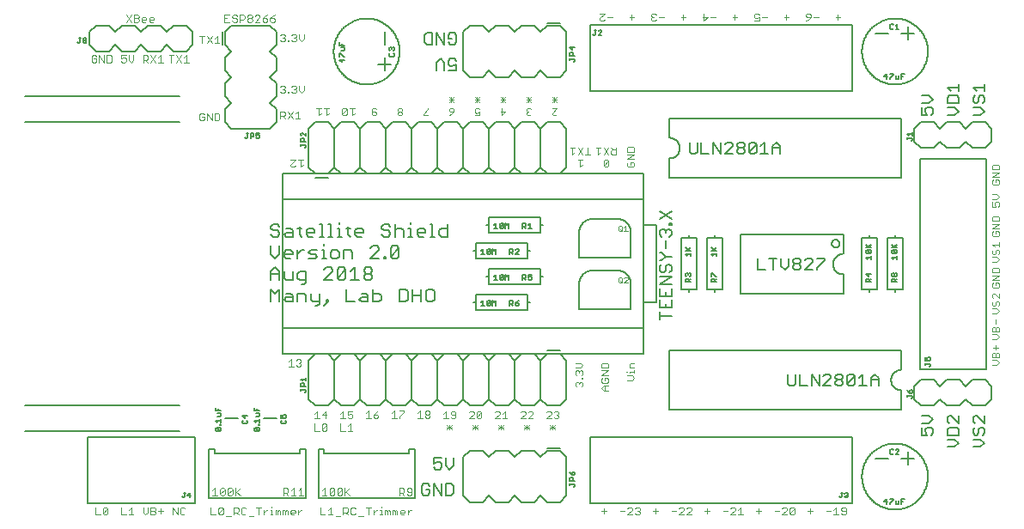
<source format=gto>
G75*
%MOIN*%
%OFA0B0*%
%FSLAX25Y25*%
%IPPOS*%
%LPD*%
%AMOC8*
5,1,8,0,0,1.08239X$1,22.5*
%
%ADD10C,0.00600*%
%ADD11C,0.00400*%
%ADD12C,0.00700*%
%ADD13C,0.00800*%
%ADD14C,0.00500*%
%ADD15C,0.00300*%
D10*
X0006000Y0036000D02*
X0066000Y0036000D01*
X0066000Y0046000D02*
X0006000Y0046000D01*
X0159988Y0014970D02*
X0159988Y0012034D01*
X0160722Y0011300D01*
X0162190Y0011300D01*
X0162924Y0012034D01*
X0162924Y0013502D01*
X0161456Y0013502D01*
X0159988Y0014970D02*
X0160722Y0015704D01*
X0162190Y0015704D01*
X0162924Y0014970D01*
X0164592Y0015704D02*
X0167528Y0011300D01*
X0167528Y0015704D01*
X0169196Y0015704D02*
X0171398Y0015704D01*
X0172132Y0014970D01*
X0172132Y0012034D01*
X0171398Y0011300D01*
X0169196Y0011300D01*
X0169196Y0015704D01*
X0164592Y0015704D02*
X0164592Y0011300D01*
X0165326Y0021300D02*
X0164592Y0022034D01*
X0165326Y0021300D02*
X0166794Y0021300D01*
X0167528Y0022034D01*
X0167528Y0023502D01*
X0166794Y0024236D01*
X0166060Y0024236D01*
X0164592Y0023502D01*
X0164592Y0025704D01*
X0167528Y0025704D01*
X0169196Y0025704D02*
X0169196Y0022768D01*
X0170664Y0021300D01*
X0172132Y0022768D01*
X0172132Y0025704D01*
X0256000Y0044500D02*
X0256000Y0067500D01*
X0346000Y0067500D01*
X0346000Y0060000D01*
X0345874Y0059998D01*
X0345749Y0059992D01*
X0345624Y0059982D01*
X0345499Y0059968D01*
X0345374Y0059951D01*
X0345250Y0059929D01*
X0345127Y0059904D01*
X0345005Y0059874D01*
X0344884Y0059841D01*
X0344764Y0059804D01*
X0344645Y0059764D01*
X0344528Y0059719D01*
X0344411Y0059671D01*
X0344297Y0059619D01*
X0344184Y0059564D01*
X0344073Y0059505D01*
X0343964Y0059443D01*
X0343857Y0059377D01*
X0343752Y0059308D01*
X0343649Y0059236D01*
X0343548Y0059161D01*
X0343450Y0059082D01*
X0343355Y0059000D01*
X0343262Y0058916D01*
X0343172Y0058828D01*
X0343084Y0058738D01*
X0343000Y0058645D01*
X0342918Y0058550D01*
X0342839Y0058452D01*
X0342764Y0058351D01*
X0342692Y0058248D01*
X0342623Y0058143D01*
X0342557Y0058036D01*
X0342495Y0057927D01*
X0342436Y0057816D01*
X0342381Y0057703D01*
X0342329Y0057589D01*
X0342281Y0057472D01*
X0342236Y0057355D01*
X0342196Y0057236D01*
X0342159Y0057116D01*
X0342126Y0056995D01*
X0342096Y0056873D01*
X0342071Y0056750D01*
X0342049Y0056626D01*
X0342032Y0056501D01*
X0342018Y0056376D01*
X0342008Y0056251D01*
X0342002Y0056126D01*
X0342000Y0056000D01*
X0342002Y0055874D01*
X0342008Y0055749D01*
X0342018Y0055624D01*
X0342032Y0055499D01*
X0342049Y0055374D01*
X0342071Y0055250D01*
X0342096Y0055127D01*
X0342126Y0055005D01*
X0342159Y0054884D01*
X0342196Y0054764D01*
X0342236Y0054645D01*
X0342281Y0054528D01*
X0342329Y0054411D01*
X0342381Y0054297D01*
X0342436Y0054184D01*
X0342495Y0054073D01*
X0342557Y0053964D01*
X0342623Y0053857D01*
X0342692Y0053752D01*
X0342764Y0053649D01*
X0342839Y0053548D01*
X0342918Y0053450D01*
X0343000Y0053355D01*
X0343084Y0053262D01*
X0343172Y0053172D01*
X0343262Y0053084D01*
X0343355Y0053000D01*
X0343450Y0052918D01*
X0343548Y0052839D01*
X0343649Y0052764D01*
X0343752Y0052692D01*
X0343857Y0052623D01*
X0343964Y0052557D01*
X0344073Y0052495D01*
X0344184Y0052436D01*
X0344297Y0052381D01*
X0344411Y0052329D01*
X0344528Y0052281D01*
X0344645Y0052236D01*
X0344764Y0052196D01*
X0344884Y0052159D01*
X0345005Y0052126D01*
X0345127Y0052096D01*
X0345250Y0052071D01*
X0345374Y0052049D01*
X0345499Y0052032D01*
X0345624Y0052018D01*
X0345749Y0052008D01*
X0345874Y0052002D01*
X0346000Y0052000D01*
X0346000Y0044500D01*
X0256000Y0044500D01*
X0283500Y0089500D02*
X0283500Y0112500D01*
X0323500Y0112500D01*
X0323500Y0105000D01*
X0323374Y0104998D01*
X0323249Y0104992D01*
X0323124Y0104982D01*
X0322999Y0104968D01*
X0322874Y0104951D01*
X0322750Y0104929D01*
X0322627Y0104904D01*
X0322505Y0104874D01*
X0322384Y0104841D01*
X0322264Y0104804D01*
X0322145Y0104764D01*
X0322028Y0104719D01*
X0321911Y0104671D01*
X0321797Y0104619D01*
X0321684Y0104564D01*
X0321573Y0104505D01*
X0321464Y0104443D01*
X0321357Y0104377D01*
X0321252Y0104308D01*
X0321149Y0104236D01*
X0321048Y0104161D01*
X0320950Y0104082D01*
X0320855Y0104000D01*
X0320762Y0103916D01*
X0320672Y0103828D01*
X0320584Y0103738D01*
X0320500Y0103645D01*
X0320418Y0103550D01*
X0320339Y0103452D01*
X0320264Y0103351D01*
X0320192Y0103248D01*
X0320123Y0103143D01*
X0320057Y0103036D01*
X0319995Y0102927D01*
X0319936Y0102816D01*
X0319881Y0102703D01*
X0319829Y0102589D01*
X0319781Y0102472D01*
X0319736Y0102355D01*
X0319696Y0102236D01*
X0319659Y0102116D01*
X0319626Y0101995D01*
X0319596Y0101873D01*
X0319571Y0101750D01*
X0319549Y0101626D01*
X0319532Y0101501D01*
X0319518Y0101376D01*
X0319508Y0101251D01*
X0319502Y0101126D01*
X0319500Y0101000D01*
X0319502Y0100874D01*
X0319508Y0100749D01*
X0319518Y0100624D01*
X0319532Y0100499D01*
X0319549Y0100374D01*
X0319571Y0100250D01*
X0319596Y0100127D01*
X0319626Y0100005D01*
X0319659Y0099884D01*
X0319696Y0099764D01*
X0319736Y0099645D01*
X0319781Y0099528D01*
X0319829Y0099411D01*
X0319881Y0099297D01*
X0319936Y0099184D01*
X0319995Y0099073D01*
X0320057Y0098964D01*
X0320123Y0098857D01*
X0320192Y0098752D01*
X0320264Y0098649D01*
X0320339Y0098548D01*
X0320418Y0098450D01*
X0320500Y0098355D01*
X0320584Y0098262D01*
X0320672Y0098172D01*
X0320762Y0098084D01*
X0320855Y0098000D01*
X0320950Y0097918D01*
X0321048Y0097839D01*
X0321149Y0097764D01*
X0321252Y0097692D01*
X0321357Y0097623D01*
X0321464Y0097557D01*
X0321573Y0097495D01*
X0321684Y0097436D01*
X0321797Y0097381D01*
X0321911Y0097329D01*
X0322028Y0097281D01*
X0322145Y0097236D01*
X0322264Y0097196D01*
X0322384Y0097159D01*
X0322505Y0097126D01*
X0322627Y0097096D01*
X0322750Y0097071D01*
X0322874Y0097049D01*
X0322999Y0097032D01*
X0323124Y0097018D01*
X0323249Y0097008D01*
X0323374Y0097002D01*
X0323500Y0097000D01*
X0323500Y0089500D01*
X0283500Y0089500D01*
X0256000Y0134500D02*
X0256000Y0142000D01*
X0256126Y0142002D01*
X0256251Y0142008D01*
X0256376Y0142018D01*
X0256501Y0142032D01*
X0256626Y0142049D01*
X0256750Y0142071D01*
X0256873Y0142096D01*
X0256995Y0142126D01*
X0257116Y0142159D01*
X0257236Y0142196D01*
X0257355Y0142236D01*
X0257472Y0142281D01*
X0257589Y0142329D01*
X0257703Y0142381D01*
X0257816Y0142436D01*
X0257927Y0142495D01*
X0258036Y0142557D01*
X0258143Y0142623D01*
X0258248Y0142692D01*
X0258351Y0142764D01*
X0258452Y0142839D01*
X0258550Y0142918D01*
X0258645Y0143000D01*
X0258738Y0143084D01*
X0258828Y0143172D01*
X0258916Y0143262D01*
X0259000Y0143355D01*
X0259082Y0143450D01*
X0259161Y0143548D01*
X0259236Y0143649D01*
X0259308Y0143752D01*
X0259377Y0143857D01*
X0259443Y0143964D01*
X0259505Y0144073D01*
X0259564Y0144184D01*
X0259619Y0144297D01*
X0259671Y0144411D01*
X0259719Y0144528D01*
X0259764Y0144645D01*
X0259804Y0144764D01*
X0259841Y0144884D01*
X0259874Y0145005D01*
X0259904Y0145127D01*
X0259929Y0145250D01*
X0259951Y0145374D01*
X0259968Y0145499D01*
X0259982Y0145624D01*
X0259992Y0145749D01*
X0259998Y0145874D01*
X0260000Y0146000D01*
X0259998Y0146126D01*
X0259992Y0146251D01*
X0259982Y0146376D01*
X0259968Y0146501D01*
X0259951Y0146626D01*
X0259929Y0146750D01*
X0259904Y0146873D01*
X0259874Y0146995D01*
X0259841Y0147116D01*
X0259804Y0147236D01*
X0259764Y0147355D01*
X0259719Y0147472D01*
X0259671Y0147589D01*
X0259619Y0147703D01*
X0259564Y0147816D01*
X0259505Y0147927D01*
X0259443Y0148036D01*
X0259377Y0148143D01*
X0259308Y0148248D01*
X0259236Y0148351D01*
X0259161Y0148452D01*
X0259082Y0148550D01*
X0259000Y0148645D01*
X0258916Y0148738D01*
X0258828Y0148828D01*
X0258738Y0148916D01*
X0258645Y0149000D01*
X0258550Y0149082D01*
X0258452Y0149161D01*
X0258351Y0149236D01*
X0258248Y0149308D01*
X0258143Y0149377D01*
X0258036Y0149443D01*
X0257927Y0149505D01*
X0257816Y0149564D01*
X0257703Y0149619D01*
X0257589Y0149671D01*
X0257472Y0149719D01*
X0257355Y0149764D01*
X0257236Y0149804D01*
X0257116Y0149841D01*
X0256995Y0149874D01*
X0256873Y0149904D01*
X0256750Y0149929D01*
X0256626Y0149951D01*
X0256501Y0149968D01*
X0256376Y0149982D01*
X0256251Y0149992D01*
X0256126Y0149998D01*
X0256000Y0150000D01*
X0256000Y0157500D01*
X0346000Y0157500D01*
X0346000Y0134500D01*
X0256000Y0134500D01*
X0173200Y0176296D02*
X0173200Y0178498D01*
X0171732Y0177764D01*
X0170998Y0177764D01*
X0170264Y0178498D01*
X0170264Y0179966D01*
X0170998Y0180700D01*
X0172466Y0180700D01*
X0173200Y0179966D01*
X0168596Y0179232D02*
X0167128Y0180700D01*
X0165660Y0179232D01*
X0165660Y0176296D01*
X0168596Y0176296D02*
X0168596Y0179232D01*
X0170264Y0176296D02*
X0173200Y0176296D01*
X0172466Y0186296D02*
X0173200Y0187030D01*
X0173200Y0189966D01*
X0172466Y0190700D01*
X0170998Y0190700D01*
X0170264Y0189966D01*
X0170264Y0188498D01*
X0171732Y0188498D01*
X0170264Y0187030D02*
X0170998Y0186296D01*
X0172466Y0186296D01*
X0168596Y0186296D02*
X0165660Y0190700D01*
X0165660Y0186296D01*
X0163992Y0186296D02*
X0161790Y0186296D01*
X0161056Y0187030D01*
X0161056Y0189966D01*
X0161790Y0190700D01*
X0163992Y0190700D01*
X0163992Y0186296D01*
X0168596Y0186296D02*
X0168596Y0190700D01*
X0066000Y0166000D02*
X0006000Y0166000D01*
X0006000Y0156000D02*
X0066000Y0156000D01*
X0353796Y0158800D02*
X0355998Y0158800D01*
X0355264Y0160268D01*
X0355264Y0161002D01*
X0355998Y0161736D01*
X0357466Y0161736D01*
X0358200Y0161002D01*
X0358200Y0159534D01*
X0357466Y0158800D01*
X0353796Y0158800D02*
X0353796Y0161736D01*
X0353796Y0163404D02*
X0356732Y0163404D01*
X0358200Y0164872D01*
X0356732Y0166340D01*
X0353796Y0166340D01*
X0363796Y0165606D02*
X0363796Y0163404D01*
X0368200Y0163404D01*
X0368200Y0165606D01*
X0367466Y0166340D01*
X0364530Y0166340D01*
X0363796Y0165606D01*
X0363796Y0161736D02*
X0366732Y0161736D01*
X0368200Y0160268D01*
X0366732Y0158800D01*
X0363796Y0158800D01*
X0373796Y0158800D02*
X0376732Y0158800D01*
X0378200Y0160268D01*
X0376732Y0161736D01*
X0373796Y0161736D01*
X0374530Y0163404D02*
X0375264Y0163404D01*
X0375998Y0164138D01*
X0375998Y0165606D01*
X0376732Y0166340D01*
X0377466Y0166340D01*
X0378200Y0165606D01*
X0378200Y0164138D01*
X0377466Y0163404D01*
X0374530Y0163404D02*
X0373796Y0164138D01*
X0373796Y0165606D01*
X0374530Y0166340D01*
X0375264Y0168008D02*
X0373796Y0169476D01*
X0378200Y0169476D01*
X0378200Y0168008D02*
X0378200Y0170944D01*
X0368200Y0170944D02*
X0368200Y0168008D01*
X0368200Y0169476D02*
X0363796Y0169476D01*
X0365264Y0168008D01*
X0365264Y0042132D02*
X0364530Y0042132D01*
X0363796Y0041398D01*
X0363796Y0039930D01*
X0364530Y0039196D01*
X0364530Y0037528D02*
X0363796Y0036794D01*
X0363796Y0034592D01*
X0368200Y0034592D01*
X0368200Y0036794D01*
X0367466Y0037528D01*
X0364530Y0037528D01*
X0368200Y0039196D02*
X0365264Y0042132D01*
X0368200Y0042132D02*
X0368200Y0039196D01*
X0373796Y0039930D02*
X0373796Y0041398D01*
X0374530Y0042132D01*
X0375264Y0042132D01*
X0378200Y0039196D01*
X0378200Y0042132D01*
X0374530Y0039196D02*
X0373796Y0039930D01*
X0374530Y0037528D02*
X0373796Y0036794D01*
X0373796Y0035326D01*
X0374530Y0034592D01*
X0375264Y0034592D01*
X0375998Y0035326D01*
X0375998Y0036794D01*
X0376732Y0037528D01*
X0377466Y0037528D01*
X0378200Y0036794D01*
X0378200Y0035326D01*
X0377466Y0034592D01*
X0376732Y0032924D02*
X0373796Y0032924D01*
X0376732Y0032924D02*
X0378200Y0031456D01*
X0376732Y0029988D01*
X0373796Y0029988D01*
X0368200Y0031456D02*
X0366732Y0032924D01*
X0363796Y0032924D01*
X0366732Y0029988D02*
X0368200Y0031456D01*
X0366732Y0029988D02*
X0363796Y0029988D01*
X0358200Y0035326D02*
X0357466Y0034592D01*
X0358200Y0035326D02*
X0358200Y0036794D01*
X0357466Y0037528D01*
X0355998Y0037528D01*
X0355264Y0036794D01*
X0355264Y0036060D01*
X0355998Y0034592D01*
X0353796Y0034592D01*
X0353796Y0037528D01*
X0353796Y0039196D02*
X0356732Y0039196D01*
X0358200Y0040664D01*
X0356732Y0042132D01*
X0353796Y0042132D01*
D11*
X0381198Y0061780D02*
X0383066Y0061780D01*
X0384000Y0062714D01*
X0383066Y0063648D01*
X0381198Y0063648D01*
X0381198Y0064727D02*
X0381198Y0066128D01*
X0381665Y0066595D01*
X0382132Y0066595D01*
X0382599Y0066128D01*
X0382599Y0064727D01*
X0382599Y0066128D02*
X0383066Y0066595D01*
X0383533Y0066595D01*
X0384000Y0066128D01*
X0384000Y0064727D01*
X0381198Y0064727D01*
X0382599Y0067673D02*
X0382599Y0069542D01*
X0381665Y0068607D02*
X0383533Y0068607D01*
X0383066Y0071780D02*
X0384000Y0072714D01*
X0383066Y0073648D01*
X0381198Y0073648D01*
X0381198Y0074727D02*
X0381198Y0076128D01*
X0381665Y0076595D01*
X0382132Y0076595D01*
X0382599Y0076128D01*
X0382599Y0074727D01*
X0382599Y0076128D02*
X0383066Y0076595D01*
X0383533Y0076595D01*
X0384000Y0076128D01*
X0384000Y0074727D01*
X0381198Y0074727D01*
X0381198Y0071780D02*
X0383066Y0071780D01*
X0382599Y0077673D02*
X0382599Y0079542D01*
X0383066Y0081780D02*
X0384000Y0082714D01*
X0383066Y0083648D01*
X0381198Y0083648D01*
X0381665Y0084727D02*
X0382132Y0084727D01*
X0382599Y0085194D01*
X0382599Y0086128D01*
X0383066Y0086595D01*
X0383533Y0086595D01*
X0384000Y0086128D01*
X0384000Y0085194D01*
X0383533Y0084727D01*
X0381665Y0084727D02*
X0381198Y0085194D01*
X0381198Y0086128D01*
X0381665Y0086595D01*
X0381665Y0087673D02*
X0381198Y0088140D01*
X0381198Y0089074D01*
X0381665Y0089542D01*
X0382132Y0089542D01*
X0384000Y0087673D01*
X0384000Y0089542D01*
X0383533Y0091780D02*
X0381665Y0091780D01*
X0381198Y0092247D01*
X0381198Y0093181D01*
X0381665Y0093648D01*
X0382599Y0093648D02*
X0382599Y0092714D01*
X0382599Y0093648D02*
X0383533Y0093648D01*
X0384000Y0093181D01*
X0384000Y0092247D01*
X0383533Y0091780D01*
X0384000Y0094727D02*
X0381198Y0094727D01*
X0384000Y0096595D01*
X0381198Y0096595D01*
X0381198Y0097673D02*
X0381198Y0099074D01*
X0381665Y0099542D01*
X0383533Y0099542D01*
X0384000Y0099074D01*
X0384000Y0097673D01*
X0381198Y0097673D01*
X0381198Y0101780D02*
X0383066Y0101780D01*
X0384000Y0102714D01*
X0383066Y0103648D01*
X0381198Y0103648D01*
X0381665Y0104727D02*
X0382132Y0104727D01*
X0382599Y0105194D01*
X0382599Y0106128D01*
X0383066Y0106595D01*
X0383533Y0106595D01*
X0384000Y0106128D01*
X0384000Y0105194D01*
X0383533Y0104727D01*
X0381665Y0104727D02*
X0381198Y0105194D01*
X0381198Y0106128D01*
X0381665Y0106595D01*
X0382132Y0107673D02*
X0381198Y0108607D01*
X0384000Y0108607D01*
X0384000Y0107673D02*
X0384000Y0109542D01*
X0383533Y0111780D02*
X0381665Y0111780D01*
X0381198Y0112247D01*
X0381198Y0113181D01*
X0381665Y0113648D01*
X0382599Y0113648D02*
X0382599Y0112714D01*
X0382599Y0113648D02*
X0383533Y0113648D01*
X0384000Y0113181D01*
X0384000Y0112247D01*
X0383533Y0111780D01*
X0384000Y0114727D02*
X0381198Y0114727D01*
X0384000Y0116595D01*
X0381198Y0116595D01*
X0381198Y0117673D02*
X0381198Y0119074D01*
X0381665Y0119542D01*
X0383533Y0119542D01*
X0384000Y0119074D01*
X0384000Y0117673D01*
X0381198Y0117673D01*
X0381198Y0123253D02*
X0382599Y0123253D01*
X0382132Y0124188D01*
X0382132Y0124655D01*
X0382599Y0125122D01*
X0383533Y0125122D01*
X0384000Y0124655D01*
X0384000Y0123721D01*
X0383533Y0123253D01*
X0381198Y0123253D02*
X0381198Y0125122D01*
X0381198Y0126200D02*
X0383066Y0126200D01*
X0384000Y0127134D01*
X0383066Y0128068D01*
X0381198Y0128068D01*
X0381665Y0131780D02*
X0383533Y0131780D01*
X0384000Y0132247D01*
X0384000Y0133181D01*
X0383533Y0133648D01*
X0382599Y0133648D01*
X0382599Y0132714D01*
X0381665Y0131780D02*
X0381198Y0132247D01*
X0381198Y0133181D01*
X0381665Y0133648D01*
X0381198Y0134727D02*
X0384000Y0136595D01*
X0381198Y0136595D01*
X0381198Y0137673D02*
X0381198Y0139074D01*
X0381665Y0139542D01*
X0383533Y0139542D01*
X0384000Y0139074D01*
X0384000Y0137673D01*
X0381198Y0137673D01*
X0381198Y0134727D02*
X0384000Y0134727D01*
X0383066Y0081780D02*
X0381198Y0081780D01*
X0242400Y0062622D02*
X0240999Y0062622D01*
X0240532Y0062155D01*
X0240532Y0060753D01*
X0242400Y0060753D01*
X0242400Y0059723D02*
X0242400Y0058789D01*
X0242400Y0059256D02*
X0240532Y0059256D01*
X0240532Y0058789D01*
X0239598Y0059256D02*
X0239131Y0059256D01*
X0239598Y0057711D02*
X0241466Y0057711D01*
X0242400Y0056777D01*
X0241466Y0055843D01*
X0239598Y0055843D01*
X0232400Y0056262D02*
X0231933Y0056729D01*
X0230999Y0056729D01*
X0230999Y0055795D01*
X0230065Y0056729D02*
X0229598Y0056262D01*
X0229598Y0055328D01*
X0230065Y0054860D01*
X0231933Y0054860D01*
X0232400Y0055328D01*
X0232400Y0056262D01*
X0232400Y0057807D02*
X0229598Y0057807D01*
X0232400Y0059675D01*
X0229598Y0059675D01*
X0229598Y0060753D02*
X0229598Y0062155D01*
X0230065Y0062622D01*
X0231933Y0062622D01*
X0232400Y0062155D01*
X0232400Y0060753D01*
X0229598Y0060753D01*
X0222400Y0061688D02*
X0221466Y0062622D01*
X0219598Y0062622D01*
X0219598Y0060753D02*
X0221466Y0060753D01*
X0222400Y0061688D01*
X0221933Y0059675D02*
X0222400Y0059208D01*
X0222400Y0058274D01*
X0221933Y0057807D01*
X0221933Y0056801D02*
X0222400Y0056801D01*
X0222400Y0056334D01*
X0221933Y0056334D01*
X0221933Y0056801D01*
X0221933Y0055255D02*
X0222400Y0054788D01*
X0222400Y0053854D01*
X0221933Y0053387D01*
X0220999Y0054321D02*
X0220999Y0054788D01*
X0221466Y0055255D01*
X0221933Y0055255D01*
X0220999Y0054788D02*
X0220532Y0055255D01*
X0220065Y0055255D01*
X0219598Y0054788D01*
X0219598Y0053854D01*
X0220065Y0053387D01*
X0220065Y0057807D02*
X0219598Y0058274D01*
X0219598Y0059208D01*
X0220065Y0059675D01*
X0220532Y0059675D01*
X0220999Y0059208D01*
X0221466Y0059675D01*
X0221933Y0059675D01*
X0220999Y0059208D02*
X0220999Y0058741D01*
X0229598Y0052848D02*
X0230532Y0053782D01*
X0232400Y0053782D01*
X0230999Y0053782D02*
X0230999Y0051914D01*
X0230532Y0051914D02*
X0229598Y0052848D01*
X0230532Y0051914D02*
X0232400Y0051914D01*
X0213068Y0043335D02*
X0213068Y0042868D01*
X0212601Y0042401D01*
X0213068Y0041934D01*
X0213068Y0041467D01*
X0212601Y0041000D01*
X0211667Y0041000D01*
X0211200Y0041467D01*
X0210122Y0041000D02*
X0208253Y0041000D01*
X0210122Y0042868D01*
X0210122Y0043335D01*
X0209655Y0043802D01*
X0208721Y0043802D01*
X0208253Y0043335D01*
X0211200Y0043335D02*
X0211667Y0043802D01*
X0212601Y0043802D01*
X0213068Y0043335D01*
X0212601Y0042401D02*
X0212134Y0042401D01*
X0211595Y0038535D02*
X0209727Y0036667D01*
X0210661Y0036667D02*
X0210661Y0038535D01*
X0209727Y0038535D02*
X0211595Y0036667D01*
X0211595Y0037601D02*
X0209727Y0037601D01*
X0203068Y0041000D02*
X0201200Y0041000D01*
X0203068Y0042868D01*
X0203068Y0043335D01*
X0202601Y0043802D01*
X0201667Y0043802D01*
X0201200Y0043335D01*
X0200122Y0043335D02*
X0199655Y0043802D01*
X0198721Y0043802D01*
X0198253Y0043335D01*
X0200122Y0043335D02*
X0200122Y0042868D01*
X0198253Y0041000D01*
X0200122Y0041000D01*
X0199727Y0038535D02*
X0201595Y0036667D01*
X0200661Y0036667D02*
X0200661Y0038535D01*
X0201595Y0038535D02*
X0199727Y0036667D01*
X0199727Y0037601D02*
X0201595Y0037601D01*
X0193068Y0041000D02*
X0191200Y0041000D01*
X0192134Y0041000D02*
X0192134Y0043802D01*
X0191200Y0042868D01*
X0190122Y0042868D02*
X0190122Y0043335D01*
X0189655Y0043802D01*
X0188721Y0043802D01*
X0188253Y0043335D01*
X0190122Y0042868D02*
X0188253Y0041000D01*
X0190122Y0041000D01*
X0189727Y0038535D02*
X0191595Y0036667D01*
X0190661Y0036667D02*
X0190661Y0038535D01*
X0191595Y0038535D02*
X0189727Y0036667D01*
X0189727Y0037601D02*
X0191595Y0037601D01*
X0183068Y0041467D02*
X0182601Y0041000D01*
X0181667Y0041000D01*
X0181200Y0041467D01*
X0183068Y0043335D01*
X0183068Y0041467D01*
X0181200Y0041467D02*
X0181200Y0043335D01*
X0181667Y0043802D01*
X0182601Y0043802D01*
X0183068Y0043335D01*
X0180122Y0043335D02*
X0179655Y0043802D01*
X0178721Y0043802D01*
X0178253Y0043335D01*
X0180122Y0043335D02*
X0180122Y0042868D01*
X0178253Y0041000D01*
X0180122Y0041000D01*
X0179727Y0038535D02*
X0181595Y0036667D01*
X0180661Y0036667D02*
X0180661Y0038535D01*
X0181595Y0038535D02*
X0179727Y0036667D01*
X0179727Y0037601D02*
X0181595Y0037601D01*
X0173068Y0041467D02*
X0173068Y0043335D01*
X0172601Y0043802D01*
X0171667Y0043802D01*
X0171200Y0043335D01*
X0171200Y0042868D01*
X0171667Y0042401D01*
X0173068Y0042401D01*
X0173068Y0041467D02*
X0172601Y0041000D01*
X0171667Y0041000D01*
X0171200Y0041467D01*
X0170122Y0041000D02*
X0168253Y0041000D01*
X0169188Y0041000D02*
X0169188Y0043802D01*
X0168253Y0042868D01*
X0163068Y0043068D02*
X0162601Y0042601D01*
X0161667Y0042601D01*
X0161200Y0043068D01*
X0161200Y0043535D01*
X0161667Y0044002D01*
X0162601Y0044002D01*
X0163068Y0043535D01*
X0163068Y0043068D01*
X0162601Y0042601D02*
X0163068Y0042134D01*
X0163068Y0041667D01*
X0162601Y0041200D01*
X0161667Y0041200D01*
X0161200Y0041667D01*
X0161200Y0042134D01*
X0161667Y0042601D01*
X0160122Y0041200D02*
X0158253Y0041200D01*
X0159188Y0041200D02*
X0159188Y0044002D01*
X0158253Y0043068D01*
X0153068Y0043535D02*
X0151200Y0041667D01*
X0151200Y0041200D01*
X0150122Y0041200D02*
X0148253Y0041200D01*
X0149188Y0041200D02*
X0149188Y0044002D01*
X0148253Y0043068D01*
X0151200Y0044002D02*
X0153068Y0044002D01*
X0153068Y0043535D01*
X0143068Y0044002D02*
X0142134Y0043535D01*
X0141200Y0042601D01*
X0142601Y0042601D01*
X0143068Y0042134D01*
X0143068Y0041667D01*
X0142601Y0041200D01*
X0141667Y0041200D01*
X0141200Y0041667D01*
X0141200Y0042601D01*
X0140122Y0041200D02*
X0138253Y0041200D01*
X0139188Y0041200D02*
X0139188Y0044002D01*
X0138253Y0043068D01*
X0133068Y0042401D02*
X0133068Y0041467D01*
X0132601Y0041000D01*
X0131667Y0041000D01*
X0131200Y0041467D01*
X0131200Y0042401D02*
X0132134Y0042868D01*
X0132601Y0042868D01*
X0133068Y0042401D01*
X0133068Y0043802D02*
X0131200Y0043802D01*
X0131200Y0042401D01*
X0130122Y0041000D02*
X0128253Y0041000D01*
X0129188Y0041000D02*
X0129188Y0043802D01*
X0128253Y0042868D01*
X0128253Y0039002D02*
X0128253Y0036200D01*
X0130122Y0036200D01*
X0131200Y0036200D02*
X0133068Y0036200D01*
X0132134Y0036200D02*
X0132134Y0039002D01*
X0131200Y0038068D01*
X0123068Y0038535D02*
X0121200Y0036667D01*
X0121667Y0036200D01*
X0122601Y0036200D01*
X0123068Y0036667D01*
X0123068Y0038535D01*
X0122601Y0039002D01*
X0121667Y0039002D01*
X0121200Y0038535D01*
X0121200Y0036667D01*
X0120122Y0036200D02*
X0118253Y0036200D01*
X0118253Y0039002D01*
X0118253Y0041000D02*
X0120122Y0041000D01*
X0119188Y0041000D02*
X0119188Y0043802D01*
X0118253Y0042868D01*
X0121200Y0042401D02*
X0123068Y0042401D01*
X0122601Y0041000D02*
X0122601Y0043802D01*
X0121200Y0042401D01*
X0112601Y0061200D02*
X0111667Y0061200D01*
X0111200Y0061667D01*
X0110122Y0061200D02*
X0108253Y0061200D01*
X0109188Y0061200D02*
X0109188Y0064002D01*
X0108253Y0063068D01*
X0111200Y0063535D02*
X0111667Y0064002D01*
X0112601Y0064002D01*
X0113068Y0063535D01*
X0113068Y0063068D01*
X0112601Y0062601D01*
X0113068Y0062134D01*
X0113068Y0061667D01*
X0112601Y0061200D01*
X0112601Y0062601D02*
X0112134Y0062601D01*
X0169727Y0038535D02*
X0171595Y0036667D01*
X0170661Y0036667D02*
X0170661Y0038535D01*
X0171595Y0038535D02*
X0169727Y0036667D01*
X0169727Y0037601D02*
X0171595Y0037601D01*
X0155548Y0014002D02*
X0154614Y0014002D01*
X0154147Y0013535D01*
X0154147Y0013068D01*
X0154614Y0012601D01*
X0156015Y0012601D01*
X0156015Y0011667D02*
X0156015Y0013535D01*
X0155548Y0014002D01*
X0156015Y0011667D02*
X0155548Y0011200D01*
X0154614Y0011200D01*
X0154147Y0011667D01*
X0153068Y0011200D02*
X0152134Y0012134D01*
X0152601Y0012134D02*
X0151200Y0012134D01*
X0151200Y0011200D02*
X0151200Y0014002D01*
X0152601Y0014002D01*
X0153068Y0013535D01*
X0153068Y0012601D01*
X0152601Y0012134D01*
X0144078Y0006969D02*
X0144078Y0006502D01*
X0144078Y0005568D02*
X0144078Y0003700D01*
X0143611Y0003700D02*
X0144545Y0003700D01*
X0145575Y0003700D02*
X0145575Y0005568D01*
X0146042Y0005568D01*
X0146509Y0005101D01*
X0146976Y0005568D01*
X0147443Y0005101D01*
X0147443Y0003700D01*
X0146509Y0003700D02*
X0146509Y0005101D01*
X0148522Y0005568D02*
X0148522Y0003700D01*
X0149456Y0003700D02*
X0149456Y0005101D01*
X0149923Y0005568D01*
X0150390Y0005101D01*
X0150390Y0003700D01*
X0151468Y0004167D02*
X0151468Y0005101D01*
X0151935Y0005568D01*
X0152869Y0005568D01*
X0153337Y0005101D01*
X0153337Y0004634D01*
X0151468Y0004634D01*
X0151468Y0004167D02*
X0151935Y0003700D01*
X0152869Y0003700D01*
X0154415Y0003700D02*
X0154415Y0005568D01*
X0154415Y0004634D02*
X0155349Y0005568D01*
X0155816Y0005568D01*
X0149456Y0005101D02*
X0148989Y0005568D01*
X0148522Y0005568D01*
X0144078Y0005568D02*
X0143611Y0005568D01*
X0142557Y0005568D02*
X0142090Y0005568D01*
X0141155Y0004634D01*
X0141155Y0003700D02*
X0141155Y0005568D01*
X0140077Y0006502D02*
X0138209Y0006502D01*
X0139143Y0006502D02*
X0139143Y0003700D01*
X0137131Y0003233D02*
X0135262Y0003233D01*
X0134184Y0004167D02*
X0133717Y0003700D01*
X0132783Y0003700D01*
X0132316Y0004167D01*
X0132316Y0006035D01*
X0132783Y0006502D01*
X0133717Y0006502D01*
X0134184Y0006035D01*
X0131238Y0006035D02*
X0130771Y0006502D01*
X0129369Y0006502D01*
X0129369Y0003700D01*
X0129369Y0004634D02*
X0130771Y0004634D01*
X0131238Y0005101D01*
X0131238Y0006035D01*
X0130303Y0004634D02*
X0131238Y0003700D01*
X0128291Y0003233D02*
X0126423Y0003233D01*
X0125345Y0003700D02*
X0123476Y0003700D01*
X0124410Y0003700D02*
X0124410Y0006502D01*
X0123476Y0005568D01*
X0122398Y0003700D02*
X0120530Y0003700D01*
X0120530Y0006502D01*
X0121200Y0011200D02*
X0123068Y0011200D01*
X0122134Y0011200D02*
X0122134Y0014002D01*
X0121200Y0013068D01*
X0124147Y0013535D02*
X0124147Y0011667D01*
X0126015Y0013535D01*
X0126015Y0011667D01*
X0125548Y0011200D01*
X0124614Y0011200D01*
X0124147Y0011667D01*
X0124147Y0013535D02*
X0124614Y0014002D01*
X0125548Y0014002D01*
X0126015Y0013535D01*
X0127093Y0013535D02*
X0127560Y0014002D01*
X0128494Y0014002D01*
X0128961Y0013535D01*
X0127093Y0011667D01*
X0127560Y0011200D01*
X0128494Y0011200D01*
X0128961Y0011667D01*
X0128961Y0013535D01*
X0130040Y0014002D02*
X0130040Y0011200D01*
X0130040Y0012134D02*
X0131908Y0014002D01*
X0130507Y0012601D02*
X0131908Y0011200D01*
X0127093Y0011667D02*
X0127093Y0013535D01*
X0113961Y0011200D02*
X0112093Y0011200D01*
X0113027Y0011200D02*
X0113027Y0014002D01*
X0112093Y0013068D01*
X0111015Y0011200D02*
X0109147Y0011200D01*
X0110081Y0011200D02*
X0110081Y0014002D01*
X0109147Y0013068D01*
X0108068Y0012601D02*
X0107601Y0012134D01*
X0106200Y0012134D01*
X0106200Y0011200D02*
X0106200Y0014002D01*
X0107601Y0014002D01*
X0108068Y0013535D01*
X0108068Y0012601D01*
X0107134Y0012134D02*
X0108068Y0011200D01*
X0101578Y0006969D02*
X0101578Y0006502D01*
X0101578Y0005568D02*
X0101578Y0003700D01*
X0101111Y0003700D02*
X0102045Y0003700D01*
X0103075Y0003700D02*
X0103075Y0005568D01*
X0103542Y0005568D01*
X0104009Y0005101D01*
X0104476Y0005568D01*
X0104943Y0005101D01*
X0104943Y0003700D01*
X0104009Y0003700D02*
X0104009Y0005101D01*
X0106022Y0005568D02*
X0106022Y0003700D01*
X0106956Y0003700D02*
X0106956Y0005101D01*
X0107423Y0005568D01*
X0107890Y0005101D01*
X0107890Y0003700D01*
X0108968Y0004167D02*
X0108968Y0005101D01*
X0109435Y0005568D01*
X0110369Y0005568D01*
X0110837Y0005101D01*
X0110837Y0004634D01*
X0108968Y0004634D01*
X0108968Y0004167D02*
X0109435Y0003700D01*
X0110369Y0003700D01*
X0111915Y0003700D02*
X0111915Y0005568D01*
X0111915Y0004634D02*
X0112849Y0005568D01*
X0113316Y0005568D01*
X0106956Y0005101D02*
X0106489Y0005568D01*
X0106022Y0005568D01*
X0101578Y0005568D02*
X0101111Y0005568D01*
X0100057Y0005568D02*
X0099590Y0005568D01*
X0098655Y0004634D01*
X0098655Y0003700D02*
X0098655Y0005568D01*
X0097577Y0006502D02*
X0095709Y0006502D01*
X0096643Y0006502D02*
X0096643Y0003700D01*
X0094631Y0003233D02*
X0092762Y0003233D01*
X0091684Y0004167D02*
X0091217Y0003700D01*
X0090283Y0003700D01*
X0089816Y0004167D01*
X0089816Y0006035D01*
X0090283Y0006502D01*
X0091217Y0006502D01*
X0091684Y0006035D01*
X0088738Y0006035D02*
X0088271Y0006502D01*
X0086869Y0006502D01*
X0086869Y0003700D01*
X0086869Y0004634D02*
X0088271Y0004634D01*
X0088738Y0005101D01*
X0088738Y0006035D01*
X0087803Y0004634D02*
X0088738Y0003700D01*
X0085791Y0003233D02*
X0083923Y0003233D01*
X0082845Y0004167D02*
X0082378Y0003700D01*
X0081443Y0003700D01*
X0080976Y0004167D01*
X0082845Y0006035D01*
X0082845Y0004167D01*
X0082845Y0006035D02*
X0082378Y0006502D01*
X0081443Y0006502D01*
X0080976Y0006035D01*
X0080976Y0004167D01*
X0079898Y0003700D02*
X0078030Y0003700D01*
X0078030Y0006502D01*
X0078700Y0011200D02*
X0080568Y0011200D01*
X0079634Y0011200D02*
X0079634Y0014002D01*
X0078700Y0013068D01*
X0081647Y0013535D02*
X0081647Y0011667D01*
X0083515Y0013535D01*
X0083515Y0011667D01*
X0083048Y0011200D01*
X0082114Y0011200D01*
X0081647Y0011667D01*
X0081647Y0013535D02*
X0082114Y0014002D01*
X0083048Y0014002D01*
X0083515Y0013535D01*
X0084593Y0013535D02*
X0085060Y0014002D01*
X0085994Y0014002D01*
X0086461Y0013535D01*
X0084593Y0011667D01*
X0085060Y0011200D01*
X0085994Y0011200D01*
X0086461Y0011667D01*
X0086461Y0013535D01*
X0087540Y0014002D02*
X0087540Y0011200D01*
X0087540Y0012134D02*
X0089408Y0014002D01*
X0088007Y0012601D02*
X0089408Y0011200D01*
X0084593Y0011667D02*
X0084593Y0013535D01*
X0068068Y0006035D02*
X0067601Y0006502D01*
X0066667Y0006502D01*
X0066200Y0006035D01*
X0066200Y0004167D01*
X0066667Y0003700D01*
X0067601Y0003700D01*
X0068068Y0004167D01*
X0065122Y0003700D02*
X0065122Y0006502D01*
X0063253Y0006502D02*
X0065122Y0003700D01*
X0063253Y0003700D02*
X0063253Y0006502D01*
X0059542Y0005101D02*
X0057673Y0005101D01*
X0056595Y0004634D02*
X0056595Y0004167D01*
X0056128Y0003700D01*
X0054727Y0003700D01*
X0054727Y0006502D01*
X0056128Y0006502D01*
X0056595Y0006035D01*
X0056595Y0005568D01*
X0056128Y0005101D01*
X0054727Y0005101D01*
X0053648Y0004634D02*
X0052714Y0003700D01*
X0051780Y0004634D01*
X0051780Y0006502D01*
X0053648Y0006502D02*
X0053648Y0004634D01*
X0056128Y0005101D02*
X0056595Y0004634D01*
X0058607Y0004167D02*
X0058607Y0006035D01*
X0048068Y0003700D02*
X0046200Y0003700D01*
X0047134Y0003700D02*
X0047134Y0006502D01*
X0046200Y0005568D01*
X0045122Y0003700D02*
X0043253Y0003700D01*
X0043253Y0006502D01*
X0038068Y0006035D02*
X0036200Y0004167D01*
X0036667Y0003700D01*
X0037601Y0003700D01*
X0038068Y0004167D01*
X0038068Y0006035D01*
X0037601Y0006502D01*
X0036667Y0006502D01*
X0036200Y0006035D01*
X0036200Y0004167D01*
X0035122Y0003700D02*
X0033253Y0003700D01*
X0033253Y0006502D01*
X0229727Y0005101D02*
X0231595Y0005101D01*
X0230661Y0006035D02*
X0230661Y0004167D01*
X0236780Y0005101D02*
X0238648Y0005101D01*
X0239727Y0006035D02*
X0240194Y0006502D01*
X0241128Y0006502D01*
X0241595Y0006035D01*
X0241595Y0005568D01*
X0239727Y0003700D01*
X0241595Y0003700D01*
X0242673Y0004167D02*
X0243140Y0003700D01*
X0244074Y0003700D01*
X0244542Y0004167D01*
X0244542Y0004634D01*
X0244074Y0005101D01*
X0243607Y0005101D01*
X0244074Y0005101D02*
X0244542Y0005568D01*
X0244542Y0006035D01*
X0244074Y0006502D01*
X0243140Y0006502D01*
X0242673Y0006035D01*
X0249727Y0005101D02*
X0251595Y0005101D01*
X0250661Y0006035D02*
X0250661Y0004167D01*
X0256780Y0005101D02*
X0258648Y0005101D01*
X0259727Y0006035D02*
X0260194Y0006502D01*
X0261128Y0006502D01*
X0261595Y0006035D01*
X0261595Y0005568D01*
X0259727Y0003700D01*
X0261595Y0003700D01*
X0262673Y0003700D02*
X0264542Y0005568D01*
X0264542Y0006035D01*
X0264074Y0006502D01*
X0263140Y0006502D01*
X0262673Y0006035D01*
X0262673Y0003700D02*
X0264542Y0003700D01*
X0269727Y0005101D02*
X0271595Y0005101D01*
X0270661Y0006035D02*
X0270661Y0004167D01*
X0276780Y0005101D02*
X0278648Y0005101D01*
X0279727Y0006035D02*
X0280194Y0006502D01*
X0281128Y0006502D01*
X0281595Y0006035D01*
X0281595Y0005568D01*
X0279727Y0003700D01*
X0281595Y0003700D01*
X0282673Y0003700D02*
X0284542Y0003700D01*
X0283607Y0003700D02*
X0283607Y0006502D01*
X0282673Y0005568D01*
X0289727Y0005101D02*
X0291595Y0005101D01*
X0290661Y0006035D02*
X0290661Y0004167D01*
X0296780Y0005101D02*
X0298648Y0005101D01*
X0299727Y0006035D02*
X0300194Y0006502D01*
X0301128Y0006502D01*
X0301595Y0006035D01*
X0301595Y0005568D01*
X0299727Y0003700D01*
X0301595Y0003700D01*
X0302673Y0004167D02*
X0304542Y0006035D01*
X0304542Y0004167D01*
X0304074Y0003700D01*
X0303140Y0003700D01*
X0302673Y0004167D01*
X0302673Y0006035D01*
X0303140Y0006502D01*
X0304074Y0006502D01*
X0304542Y0006035D01*
X0309727Y0005101D02*
X0311595Y0005101D01*
X0310661Y0006035D02*
X0310661Y0004167D01*
X0316780Y0005101D02*
X0318648Y0005101D01*
X0319727Y0005568D02*
X0320661Y0006502D01*
X0320661Y0003700D01*
X0319727Y0003700D02*
X0321595Y0003700D01*
X0322673Y0004167D02*
X0323140Y0003700D01*
X0324074Y0003700D01*
X0324542Y0004167D01*
X0324542Y0006035D01*
X0324074Y0006502D01*
X0323140Y0006502D01*
X0322673Y0006035D01*
X0322673Y0005568D01*
X0323140Y0005101D01*
X0324542Y0005101D01*
X0241933Y0138700D02*
X0242400Y0139167D01*
X0242400Y0140101D01*
X0241933Y0140568D01*
X0240999Y0140568D01*
X0240999Y0139634D01*
X0240065Y0138700D02*
X0241933Y0138700D01*
X0240065Y0138700D02*
X0239598Y0139167D01*
X0239598Y0140101D01*
X0240065Y0140568D01*
X0239598Y0141647D02*
X0242400Y0143515D01*
X0239598Y0143515D01*
X0239598Y0144593D02*
X0239598Y0145994D01*
X0240065Y0146461D01*
X0241933Y0146461D01*
X0242400Y0145994D01*
X0242400Y0144593D01*
X0239598Y0144593D01*
X0239598Y0141647D02*
X0242400Y0141647D01*
X0235220Y0143498D02*
X0235220Y0146300D01*
X0235220Y0145366D02*
X0233819Y0145366D01*
X0233352Y0144899D01*
X0233352Y0143965D01*
X0233819Y0143498D01*
X0235220Y0143498D01*
X0234286Y0145366D02*
X0233352Y0146300D01*
X0232273Y0146300D02*
X0230405Y0143498D01*
X0229327Y0144432D02*
X0228393Y0143498D01*
X0228393Y0146300D01*
X0229327Y0146300D02*
X0227458Y0146300D01*
X0230405Y0146300D02*
X0232273Y0143498D01*
X0231806Y0141500D02*
X0232273Y0141033D01*
X0230405Y0139165D01*
X0230405Y0141033D01*
X0230872Y0141500D01*
X0231806Y0141500D01*
X0232273Y0141033D02*
X0232273Y0139165D01*
X0231806Y0138698D01*
X0230872Y0138698D01*
X0230405Y0139165D01*
X0222273Y0139632D02*
X0221339Y0138698D01*
X0221339Y0141500D01*
X0222273Y0141500D02*
X0220405Y0141500D01*
X0220405Y0143498D02*
X0222273Y0146300D01*
X0220405Y0146300D02*
X0222273Y0143498D01*
X0223352Y0143498D02*
X0225220Y0143498D01*
X0224286Y0143498D02*
X0224286Y0146300D01*
X0219327Y0146300D02*
X0217458Y0146300D01*
X0218393Y0146300D02*
X0218393Y0143498D01*
X0219327Y0144432D01*
X0211806Y0158698D02*
X0212273Y0159165D01*
X0211806Y0158698D02*
X0210872Y0158698D01*
X0210405Y0159165D01*
X0210405Y0159632D01*
X0212273Y0161500D01*
X0210405Y0161500D01*
X0210405Y0163965D02*
X0212273Y0165833D01*
X0211339Y0165833D02*
X0211339Y0163965D01*
X0212273Y0163965D02*
X0210405Y0165833D01*
X0210405Y0164899D02*
X0212273Y0164899D01*
X0202273Y0164899D02*
X0200405Y0164899D01*
X0200405Y0165833D02*
X0202273Y0163965D01*
X0201339Y0163965D02*
X0201339Y0165833D01*
X0202273Y0165833D02*
X0200405Y0163965D01*
X0200872Y0161500D02*
X0201806Y0161500D01*
X0202273Y0161033D01*
X0201339Y0160099D02*
X0200872Y0160099D01*
X0200405Y0160566D01*
X0200405Y0161033D01*
X0200872Y0161500D01*
X0200872Y0160099D02*
X0200405Y0159632D01*
X0200405Y0159165D01*
X0200872Y0158698D01*
X0201806Y0158698D01*
X0202273Y0159165D01*
X0192273Y0160099D02*
X0190872Y0158698D01*
X0190872Y0161500D01*
X0190405Y0160099D02*
X0192273Y0160099D01*
X0192273Y0163965D02*
X0190405Y0165833D01*
X0191339Y0165833D02*
X0191339Y0163965D01*
X0190405Y0163965D02*
X0192273Y0165833D01*
X0192273Y0164899D02*
X0190405Y0164899D01*
X0182273Y0164899D02*
X0180405Y0164899D01*
X0180405Y0165833D02*
X0182273Y0163965D01*
X0181339Y0163965D02*
X0181339Y0165833D01*
X0182273Y0165833D02*
X0180405Y0163965D01*
X0180872Y0161500D02*
X0181806Y0161500D01*
X0182273Y0161033D01*
X0182273Y0160099D02*
X0181339Y0159632D01*
X0180872Y0159632D01*
X0180405Y0160099D01*
X0180405Y0161033D01*
X0180872Y0161500D01*
X0182273Y0160099D02*
X0182273Y0158698D01*
X0180405Y0158698D01*
X0172273Y0160099D02*
X0171339Y0159165D01*
X0170405Y0158698D01*
X0170872Y0160099D02*
X0172273Y0160099D01*
X0172273Y0161033D01*
X0171806Y0161500D01*
X0170872Y0161500D01*
X0170405Y0161033D01*
X0170405Y0160566D01*
X0170872Y0160099D01*
X0170405Y0163965D02*
X0172273Y0165833D01*
X0171339Y0165833D02*
X0171339Y0163965D01*
X0172273Y0163965D02*
X0170405Y0165833D01*
X0170405Y0164899D02*
X0172273Y0164899D01*
X0162273Y0161500D02*
X0162273Y0161033D01*
X0160405Y0159165D01*
X0160405Y0158698D01*
X0162273Y0158698D01*
X0152273Y0159165D02*
X0152273Y0159632D01*
X0151806Y0160099D01*
X0150872Y0160099D01*
X0150405Y0160566D01*
X0150405Y0161033D01*
X0150872Y0161500D01*
X0151806Y0161500D01*
X0152273Y0161033D01*
X0152273Y0160566D01*
X0151806Y0160099D01*
X0150872Y0160099D02*
X0150405Y0159632D01*
X0150405Y0159165D01*
X0150872Y0158698D01*
X0151806Y0158698D01*
X0152273Y0159165D01*
X0142273Y0159165D02*
X0142273Y0159632D01*
X0141806Y0160099D01*
X0140405Y0160099D01*
X0140405Y0161033D02*
X0140405Y0159165D01*
X0140872Y0158698D01*
X0141806Y0158698D01*
X0142273Y0159165D01*
X0142273Y0161033D02*
X0141806Y0161500D01*
X0140872Y0161500D01*
X0140405Y0161033D01*
X0133747Y0161500D02*
X0131878Y0161500D01*
X0132812Y0161500D02*
X0132812Y0158698D01*
X0133747Y0159632D01*
X0130800Y0159165D02*
X0130333Y0158698D01*
X0129399Y0158698D01*
X0128932Y0159165D01*
X0130800Y0161033D01*
X0130333Y0161500D01*
X0129399Y0161500D01*
X0128932Y0161033D01*
X0128932Y0159165D01*
X0130800Y0159165D02*
X0130800Y0161033D01*
X0123747Y0161500D02*
X0121878Y0161500D01*
X0122812Y0161500D02*
X0122812Y0158698D01*
X0123747Y0159632D01*
X0120800Y0159632D02*
X0119866Y0158698D01*
X0119866Y0161500D01*
X0120800Y0161500D02*
X0118932Y0161500D01*
X0111777Y0160252D02*
X0111777Y0157450D01*
X0110843Y0157450D02*
X0112711Y0157450D01*
X0110843Y0159318D02*
X0111777Y0160252D01*
X0109765Y0160252D02*
X0107897Y0157450D01*
X0106818Y0157450D02*
X0105884Y0158384D01*
X0106351Y0158384D02*
X0104950Y0158384D01*
X0104950Y0157450D02*
X0104950Y0160252D01*
X0106351Y0160252D01*
X0106818Y0159785D01*
X0106818Y0158851D01*
X0106351Y0158384D01*
X0107897Y0160252D02*
X0109765Y0157450D01*
X0109837Y0167450D02*
X0109370Y0167917D01*
X0109837Y0167450D02*
X0110771Y0167450D01*
X0111238Y0167917D01*
X0111238Y0168384D01*
X0110771Y0168851D01*
X0110304Y0168851D01*
X0110771Y0168851D02*
X0111238Y0169318D01*
X0111238Y0169785D01*
X0110771Y0170252D01*
X0109837Y0170252D01*
X0109370Y0169785D01*
X0108364Y0167917D02*
X0107897Y0167917D01*
X0107897Y0167450D01*
X0108364Y0167450D01*
X0108364Y0167917D01*
X0106818Y0167917D02*
X0106351Y0167450D01*
X0105417Y0167450D01*
X0104950Y0167917D01*
X0105884Y0168851D02*
X0106351Y0168851D01*
X0106818Y0168384D01*
X0106818Y0167917D01*
X0106351Y0168851D02*
X0106818Y0169318D01*
X0106818Y0169785D01*
X0106351Y0170252D01*
X0105417Y0170252D01*
X0104950Y0169785D01*
X0112316Y0170252D02*
X0112316Y0168384D01*
X0113250Y0167450D01*
X0114185Y0168384D01*
X0114185Y0170252D01*
X0113250Y0187450D02*
X0114185Y0188384D01*
X0114185Y0190252D01*
X0112316Y0190252D02*
X0112316Y0188384D01*
X0113250Y0187450D01*
X0111238Y0187917D02*
X0110771Y0187450D01*
X0109837Y0187450D01*
X0109370Y0187917D01*
X0108364Y0187917D02*
X0108364Y0187450D01*
X0107897Y0187450D01*
X0107897Y0187917D01*
X0108364Y0187917D01*
X0106818Y0187917D02*
X0106351Y0187450D01*
X0105417Y0187450D01*
X0104950Y0187917D01*
X0105884Y0188851D02*
X0106351Y0188851D01*
X0106818Y0188384D01*
X0106818Y0187917D01*
X0106351Y0188851D02*
X0106818Y0189318D01*
X0106818Y0189785D01*
X0106351Y0190252D01*
X0105417Y0190252D01*
X0104950Y0189785D01*
X0109370Y0189785D02*
X0109837Y0190252D01*
X0110771Y0190252D01*
X0111238Y0189785D01*
X0111238Y0189318D01*
X0110771Y0188851D01*
X0111238Y0188384D01*
X0111238Y0187917D01*
X0110771Y0188851D02*
X0110304Y0188851D01*
X0102935Y0195417D02*
X0102935Y0195884D01*
X0102467Y0196351D01*
X0101066Y0196351D01*
X0101066Y0195417D01*
X0101533Y0194950D01*
X0102467Y0194950D01*
X0102935Y0195417D01*
X0102000Y0197285D02*
X0101066Y0196351D01*
X0099988Y0195884D02*
X0099521Y0196351D01*
X0098120Y0196351D01*
X0098120Y0195417D01*
X0098587Y0194950D01*
X0099521Y0194950D01*
X0099988Y0195417D01*
X0099988Y0195884D01*
X0099054Y0197285D02*
X0098120Y0196351D01*
X0097042Y0196818D02*
X0097042Y0197285D01*
X0096574Y0197752D01*
X0095640Y0197752D01*
X0095173Y0197285D01*
X0094095Y0197285D02*
X0094095Y0196818D01*
X0093628Y0196351D01*
X0092694Y0196351D01*
X0092227Y0196818D01*
X0092227Y0197285D01*
X0092694Y0197752D01*
X0093628Y0197752D01*
X0094095Y0197285D01*
X0093628Y0196351D02*
X0094095Y0195884D01*
X0094095Y0195417D01*
X0093628Y0194950D01*
X0092694Y0194950D01*
X0092227Y0195417D01*
X0092227Y0195884D01*
X0092694Y0196351D01*
X0091148Y0196351D02*
X0090681Y0195884D01*
X0089280Y0195884D01*
X0089280Y0194950D02*
X0089280Y0197752D01*
X0090681Y0197752D01*
X0091148Y0197285D01*
X0091148Y0196351D01*
X0088202Y0195884D02*
X0088202Y0195417D01*
X0087735Y0194950D01*
X0086801Y0194950D01*
X0086334Y0195417D01*
X0086801Y0196351D02*
X0087735Y0196351D01*
X0088202Y0195884D01*
X0088202Y0197285D02*
X0087735Y0197752D01*
X0086801Y0197752D01*
X0086334Y0197285D01*
X0086334Y0196818D01*
X0086801Y0196351D01*
X0085255Y0194950D02*
X0083387Y0194950D01*
X0083387Y0197752D01*
X0085255Y0197752D01*
X0084321Y0196351D02*
X0083387Y0196351D01*
X0095173Y0194950D02*
X0097042Y0196818D01*
X0097042Y0194950D02*
X0095173Y0194950D01*
X0099054Y0197285D02*
X0099988Y0197752D01*
X0102000Y0197285D02*
X0102935Y0197752D01*
X0081372Y0186750D02*
X0079503Y0186750D01*
X0080438Y0186750D02*
X0080438Y0189552D01*
X0079503Y0188618D01*
X0078425Y0189552D02*
X0076557Y0186750D01*
X0078425Y0186750D02*
X0076557Y0189552D01*
X0075479Y0189552D02*
X0073610Y0189552D01*
X0074545Y0189552D02*
X0074545Y0186750D01*
X0068607Y0182052D02*
X0068607Y0179250D01*
X0067673Y0179250D02*
X0069542Y0179250D01*
X0067673Y0181118D02*
X0068607Y0182052D01*
X0066595Y0182052D02*
X0064727Y0179250D01*
X0066595Y0179250D02*
X0064727Y0182052D01*
X0063648Y0182052D02*
X0061780Y0182052D01*
X0062714Y0182052D02*
X0062714Y0179250D01*
X0059542Y0179250D02*
X0057673Y0179250D01*
X0058607Y0179250D02*
X0058607Y0182052D01*
X0057673Y0181118D01*
X0056595Y0182052D02*
X0054727Y0179250D01*
X0053648Y0179250D02*
X0052714Y0180184D01*
X0053181Y0180184D02*
X0051780Y0180184D01*
X0051780Y0179250D02*
X0051780Y0182052D01*
X0053181Y0182052D01*
X0053648Y0181585D01*
X0053648Y0180651D01*
X0053181Y0180184D01*
X0054727Y0182052D02*
X0056595Y0179250D01*
X0048068Y0180184D02*
X0048068Y0182052D01*
X0048068Y0180184D02*
X0047134Y0179250D01*
X0046200Y0180184D01*
X0046200Y0182052D01*
X0045122Y0182052D02*
X0043253Y0182052D01*
X0043253Y0180651D01*
X0044188Y0181118D01*
X0044655Y0181118D01*
X0045122Y0180651D01*
X0045122Y0179717D01*
X0044655Y0179250D01*
X0043721Y0179250D01*
X0043253Y0179717D01*
X0039542Y0179717D02*
X0039542Y0181585D01*
X0039074Y0182052D01*
X0037673Y0182052D01*
X0037673Y0179250D01*
X0039074Y0179250D01*
X0039542Y0179717D01*
X0036595Y0179250D02*
X0036595Y0182052D01*
X0034727Y0182052D02*
X0036595Y0179250D01*
X0034727Y0179250D02*
X0034727Y0182052D01*
X0033648Y0181585D02*
X0033181Y0182052D01*
X0032247Y0182052D01*
X0031780Y0181585D01*
X0031780Y0179717D01*
X0032247Y0179250D01*
X0033181Y0179250D01*
X0033648Y0179717D01*
X0033648Y0180651D01*
X0032714Y0180651D01*
X0045307Y0194950D02*
X0047175Y0197752D01*
X0048253Y0197752D02*
X0049655Y0197752D01*
X0050122Y0197285D01*
X0050122Y0196818D01*
X0049655Y0196351D01*
X0048253Y0196351D01*
X0048253Y0194950D02*
X0048253Y0197752D01*
X0049655Y0196351D02*
X0050122Y0195884D01*
X0050122Y0195417D01*
X0049655Y0194950D01*
X0048253Y0194950D01*
X0047175Y0194950D02*
X0045307Y0197752D01*
X0051200Y0196351D02*
X0051200Y0195417D01*
X0051667Y0194950D01*
X0052601Y0194950D01*
X0053068Y0195884D02*
X0051200Y0195884D01*
X0051200Y0196351D02*
X0051667Y0196818D01*
X0052601Y0196818D01*
X0053068Y0196351D01*
X0053068Y0195884D01*
X0054147Y0195884D02*
X0056015Y0195884D01*
X0056015Y0196351D01*
X0055548Y0196818D01*
X0054614Y0196818D01*
X0054147Y0196351D01*
X0054147Y0195417D01*
X0054614Y0194950D01*
X0055548Y0194950D01*
X0074078Y0159552D02*
X0073610Y0159085D01*
X0073610Y0157217D01*
X0074078Y0156750D01*
X0075012Y0156750D01*
X0075479Y0157217D01*
X0075479Y0158151D01*
X0074545Y0158151D01*
X0075479Y0159085D02*
X0075012Y0159552D01*
X0074078Y0159552D01*
X0076557Y0159552D02*
X0078425Y0156750D01*
X0078425Y0159552D01*
X0079503Y0159552D02*
X0080905Y0159552D01*
X0081372Y0159085D01*
X0081372Y0157217D01*
X0080905Y0156750D01*
X0079503Y0156750D01*
X0079503Y0159552D01*
X0076557Y0159552D02*
X0076557Y0156750D01*
X0108932Y0141500D02*
X0110800Y0141500D01*
X0108932Y0139632D01*
X0108932Y0139165D01*
X0109399Y0138698D01*
X0110333Y0138698D01*
X0110800Y0139165D01*
X0112812Y0138698D02*
X0113747Y0139632D01*
X0112812Y0138698D02*
X0112812Y0141500D01*
X0111878Y0141500D02*
X0113747Y0141500D01*
X0228932Y0195965D02*
X0229399Y0195498D01*
X0230333Y0195498D01*
X0230800Y0195965D01*
X0231878Y0196899D02*
X0233747Y0196899D01*
X0230800Y0198300D02*
X0228932Y0196432D01*
X0228932Y0195965D01*
X0228932Y0198300D02*
X0230800Y0198300D01*
X0240405Y0196899D02*
X0242273Y0196899D01*
X0241339Y0195965D02*
X0241339Y0197833D01*
X0248932Y0197833D02*
X0249399Y0198300D01*
X0250333Y0198300D01*
X0250800Y0197833D01*
X0249866Y0196899D02*
X0249399Y0196899D01*
X0248932Y0197366D01*
X0248932Y0197833D01*
X0249399Y0196899D02*
X0248932Y0196432D01*
X0248932Y0195965D01*
X0249399Y0195498D01*
X0250333Y0195498D01*
X0250800Y0195965D01*
X0251878Y0196899D02*
X0253747Y0196899D01*
X0260405Y0196899D02*
X0262273Y0196899D01*
X0261339Y0195965D02*
X0261339Y0197833D01*
X0268932Y0196899D02*
X0270800Y0196899D01*
X0269399Y0195498D01*
X0269399Y0198300D01*
X0271878Y0196899D02*
X0273747Y0196899D01*
X0280405Y0196899D02*
X0282273Y0196899D01*
X0281339Y0195965D02*
X0281339Y0197833D01*
X0288932Y0197833D02*
X0289399Y0198300D01*
X0290333Y0198300D01*
X0290800Y0197833D01*
X0290800Y0196899D02*
X0289866Y0196432D01*
X0289399Y0196432D01*
X0288932Y0196899D01*
X0288932Y0197833D01*
X0290800Y0196899D02*
X0290800Y0195498D01*
X0288932Y0195498D01*
X0291878Y0196899D02*
X0293747Y0196899D01*
X0300405Y0196899D02*
X0302273Y0196899D01*
X0301339Y0195965D02*
X0301339Y0197833D01*
X0308932Y0197833D02*
X0308932Y0197366D01*
X0309399Y0196899D01*
X0310800Y0196899D01*
X0310800Y0197833D01*
X0310333Y0198300D01*
X0309399Y0198300D01*
X0308932Y0197833D01*
X0309866Y0195965D02*
X0310800Y0196899D01*
X0311878Y0196899D02*
X0313747Y0196899D01*
X0309866Y0195965D02*
X0308932Y0195498D01*
X0320405Y0196899D02*
X0322273Y0196899D01*
X0321339Y0195965D02*
X0321339Y0197833D01*
D12*
X0169934Y0116454D02*
X0169934Y0111550D01*
X0167482Y0111550D01*
X0166664Y0112367D01*
X0166664Y0114002D01*
X0167482Y0114819D01*
X0169934Y0114819D01*
X0164861Y0111550D02*
X0163227Y0111550D01*
X0164044Y0111550D02*
X0164044Y0116454D01*
X0163227Y0116454D01*
X0161340Y0114002D02*
X0161340Y0113185D01*
X0158070Y0113185D01*
X0158070Y0114002D02*
X0158888Y0114819D01*
X0160522Y0114819D01*
X0161340Y0114002D01*
X0160522Y0111550D02*
X0158888Y0111550D01*
X0158070Y0112367D01*
X0158070Y0114002D01*
X0155450Y0114819D02*
X0155450Y0111550D01*
X0154633Y0111550D02*
X0156267Y0111550D01*
X0155450Y0114819D02*
X0154633Y0114819D01*
X0155450Y0116454D02*
X0155450Y0117272D01*
X0152746Y0114002D02*
X0152746Y0111550D01*
X0152746Y0114002D02*
X0151928Y0114819D01*
X0150294Y0114819D01*
X0149476Y0114002D01*
X0147589Y0113185D02*
X0147589Y0112367D01*
X0146772Y0111550D01*
X0145137Y0111550D01*
X0144320Y0112367D01*
X0145137Y0114002D02*
X0146772Y0114002D01*
X0147589Y0113185D01*
X0147589Y0115637D02*
X0146772Y0116454D01*
X0145137Y0116454D01*
X0144320Y0115637D01*
X0144320Y0114819D01*
X0145137Y0114002D01*
X0149476Y0116454D02*
X0149476Y0111550D01*
X0150210Y0108054D02*
X0151027Y0107237D01*
X0147758Y0103967D01*
X0148575Y0103150D01*
X0150210Y0103150D01*
X0151027Y0103967D01*
X0151027Y0107237D01*
X0150210Y0108054D02*
X0148575Y0108054D01*
X0147758Y0107237D01*
X0147758Y0103967D01*
X0145997Y0103967D02*
X0145997Y0103150D01*
X0145179Y0103150D01*
X0145179Y0103967D01*
X0145997Y0103967D01*
X0143292Y0103150D02*
X0140023Y0103150D01*
X0143292Y0106419D01*
X0143292Y0107237D01*
X0142475Y0108054D01*
X0140840Y0108054D01*
X0140023Y0107237D01*
X0136459Y0111550D02*
X0134825Y0111550D01*
X0134007Y0112367D01*
X0134007Y0114002D01*
X0134825Y0114819D01*
X0136459Y0114819D01*
X0137277Y0114002D01*
X0137277Y0113185D01*
X0134007Y0113185D01*
X0132204Y0114819D02*
X0130570Y0114819D01*
X0131387Y0115637D02*
X0131387Y0112367D01*
X0132204Y0111550D01*
X0128767Y0111550D02*
X0127132Y0111550D01*
X0127949Y0111550D02*
X0127949Y0114819D01*
X0127132Y0114819D01*
X0127949Y0116454D02*
X0127949Y0117272D01*
X0124512Y0116454D02*
X0124512Y0111550D01*
X0125329Y0111550D02*
X0123694Y0111550D01*
X0121892Y0111550D02*
X0120257Y0111550D01*
X0121074Y0111550D02*
X0121074Y0116454D01*
X0120257Y0116454D01*
X0118370Y0114002D02*
X0118370Y0113185D01*
X0115100Y0113185D01*
X0115100Y0114002D02*
X0115918Y0114819D01*
X0117552Y0114819D01*
X0118370Y0114002D01*
X0117552Y0111550D02*
X0115918Y0111550D01*
X0115100Y0112367D01*
X0115100Y0114002D01*
X0113298Y0114819D02*
X0111663Y0114819D01*
X0112480Y0115637D02*
X0112480Y0112367D01*
X0113298Y0111550D01*
X0109776Y0111550D02*
X0109776Y0114002D01*
X0108958Y0114819D01*
X0107324Y0114819D01*
X0107324Y0113185D02*
X0109776Y0113185D01*
X0109776Y0111550D02*
X0107324Y0111550D01*
X0106506Y0112367D01*
X0107324Y0113185D01*
X0104619Y0113185D02*
X0104619Y0112367D01*
X0103802Y0111550D01*
X0102167Y0111550D01*
X0101350Y0112367D01*
X0102167Y0114002D02*
X0103802Y0114002D01*
X0104619Y0113185D01*
X0104619Y0115637D02*
X0103802Y0116454D01*
X0102167Y0116454D01*
X0101350Y0115637D01*
X0101350Y0114819D01*
X0102167Y0114002D01*
X0101350Y0108054D02*
X0101350Y0104785D01*
X0102985Y0103150D01*
X0104619Y0104785D01*
X0104619Y0108054D01*
X0106506Y0105602D02*
X0107324Y0106419D01*
X0108958Y0106419D01*
X0109776Y0105602D01*
X0109776Y0104785D01*
X0106506Y0104785D01*
X0106506Y0105602D02*
X0106506Y0103967D01*
X0107324Y0103150D01*
X0108958Y0103150D01*
X0111663Y0103150D02*
X0111663Y0106419D01*
X0111663Y0104785D02*
X0113298Y0106419D01*
X0114115Y0106419D01*
X0115960Y0105602D02*
X0116777Y0106419D01*
X0119229Y0106419D01*
X0118412Y0104785D02*
X0116777Y0104785D01*
X0115960Y0105602D01*
X0115960Y0103150D02*
X0118412Y0103150D01*
X0119229Y0103967D01*
X0118412Y0104785D01*
X0121116Y0106419D02*
X0121934Y0106419D01*
X0121934Y0103150D01*
X0122751Y0103150D02*
X0121116Y0103150D01*
X0124554Y0103967D02*
X0124554Y0105602D01*
X0125371Y0106419D01*
X0127006Y0106419D01*
X0127823Y0105602D01*
X0127823Y0103967D01*
X0127006Y0103150D01*
X0125371Y0103150D01*
X0124554Y0103967D01*
X0129710Y0103150D02*
X0129710Y0106419D01*
X0132162Y0106419D01*
X0132980Y0105602D01*
X0132980Y0103150D01*
X0133923Y0099654D02*
X0133923Y0094750D01*
X0132288Y0094750D02*
X0135558Y0094750D01*
X0137445Y0095567D02*
X0138262Y0094750D01*
X0139897Y0094750D01*
X0140714Y0095567D01*
X0140714Y0096385D01*
X0139897Y0097202D01*
X0138262Y0097202D01*
X0137445Y0098019D01*
X0137445Y0098837D01*
X0138262Y0099654D01*
X0139897Y0099654D01*
X0140714Y0098837D01*
X0140714Y0098019D01*
X0139897Y0097202D01*
X0138262Y0097202D02*
X0137445Y0096385D01*
X0137445Y0095567D01*
X0133923Y0099654D02*
X0132288Y0098019D01*
X0130401Y0098837D02*
X0130401Y0095567D01*
X0129584Y0094750D01*
X0127949Y0094750D01*
X0127132Y0095567D01*
X0130401Y0098837D01*
X0129584Y0099654D01*
X0127949Y0099654D01*
X0127132Y0098837D01*
X0127132Y0095567D01*
X0125245Y0094750D02*
X0121976Y0094750D01*
X0125245Y0098019D01*
X0125245Y0098837D01*
X0124428Y0099654D01*
X0122793Y0099654D01*
X0121976Y0098837D01*
X0114932Y0098019D02*
X0114932Y0093933D01*
X0114115Y0093115D01*
X0113298Y0093115D01*
X0112480Y0094750D02*
X0114932Y0094750D01*
X0112480Y0094750D02*
X0111663Y0095567D01*
X0111663Y0097202D01*
X0112480Y0098019D01*
X0114932Y0098019D01*
X0109776Y0098019D02*
X0109776Y0094750D01*
X0107324Y0094750D01*
X0106506Y0095567D01*
X0106506Y0098019D01*
X0104619Y0098019D02*
X0104619Y0094750D01*
X0101350Y0094750D02*
X0101350Y0098019D01*
X0102985Y0099654D01*
X0104619Y0098019D01*
X0104619Y0097202D02*
X0101350Y0097202D01*
X0101350Y0091254D02*
X0102985Y0089619D01*
X0104619Y0091254D01*
X0104619Y0086350D01*
X0106506Y0087167D02*
X0107324Y0086350D01*
X0109776Y0086350D01*
X0109776Y0088802D01*
X0108958Y0089619D01*
X0107324Y0089619D01*
X0107324Y0087985D02*
X0109776Y0087985D01*
X0107324Y0087985D02*
X0106506Y0087167D01*
X0101350Y0086350D02*
X0101350Y0091254D01*
X0111663Y0089619D02*
X0114115Y0089619D01*
X0114932Y0088802D01*
X0114932Y0086350D01*
X0116819Y0087167D02*
X0117637Y0086350D01*
X0120089Y0086350D01*
X0120089Y0085533D02*
X0119271Y0084715D01*
X0118454Y0084715D01*
X0120089Y0085533D02*
X0120089Y0089619D01*
X0116819Y0089619D02*
X0116819Y0087167D01*
X0121976Y0084715D02*
X0123610Y0086350D01*
X0122793Y0086350D01*
X0122793Y0087167D01*
X0123610Y0087167D01*
X0123610Y0086350D01*
X0130570Y0086350D02*
X0133839Y0086350D01*
X0135726Y0087167D02*
X0136543Y0087985D01*
X0138995Y0087985D01*
X0138995Y0088802D02*
X0138995Y0086350D01*
X0136543Y0086350D01*
X0135726Y0087167D01*
X0136543Y0089619D02*
X0138178Y0089619D01*
X0138995Y0088802D01*
X0140882Y0089619D02*
X0143334Y0089619D01*
X0144152Y0088802D01*
X0144152Y0087167D01*
X0143334Y0086350D01*
X0140882Y0086350D01*
X0140882Y0091254D01*
X0130570Y0091254D02*
X0130570Y0086350D01*
X0111663Y0086350D02*
X0111663Y0089619D01*
X0121934Y0108054D02*
X0121934Y0108872D01*
X0123694Y0116454D02*
X0124512Y0116454D01*
X0151195Y0091254D02*
X0153647Y0091254D01*
X0154465Y0090437D01*
X0154465Y0087167D01*
X0153647Y0086350D01*
X0151195Y0086350D01*
X0151195Y0091254D01*
X0156352Y0091254D02*
X0156352Y0086350D01*
X0156352Y0088802D02*
X0159621Y0088802D01*
X0159621Y0091254D02*
X0159621Y0086350D01*
X0161508Y0087167D02*
X0162325Y0086350D01*
X0163960Y0086350D01*
X0164777Y0087167D01*
X0164777Y0090437D01*
X0163960Y0091254D01*
X0162325Y0091254D01*
X0161508Y0090437D01*
X0161508Y0087167D01*
D13*
X0180000Y0086000D02*
X0181000Y0086000D01*
X0181000Y0089000D01*
X0201000Y0089000D01*
X0201000Y0086000D01*
X0202000Y0086000D01*
X0201000Y0086000D02*
X0201000Y0083000D01*
X0181000Y0083000D01*
X0181000Y0086000D01*
X0186000Y0093000D02*
X0186000Y0096000D01*
X0185000Y0096000D01*
X0186000Y0096000D02*
X0186000Y0099000D01*
X0206000Y0099000D01*
X0206000Y0096000D01*
X0207000Y0096000D01*
X0206000Y0096000D02*
X0206000Y0093000D01*
X0186000Y0093000D01*
X0181000Y0103000D02*
X0181000Y0106000D01*
X0180000Y0106000D01*
X0181000Y0106000D02*
X0181000Y0109000D01*
X0201000Y0109000D01*
X0201000Y0106000D01*
X0202000Y0106000D01*
X0201000Y0106000D02*
X0201000Y0103000D01*
X0181000Y0103000D01*
X0186000Y0113000D02*
X0186000Y0116000D01*
X0185000Y0116000D01*
X0186000Y0116000D02*
X0186000Y0119000D01*
X0206000Y0119000D01*
X0206000Y0116000D01*
X0207000Y0116000D01*
X0206000Y0116000D02*
X0206000Y0113000D01*
X0186000Y0113000D01*
X0183500Y0136000D02*
X0178500Y0136000D01*
X0176000Y0138500D01*
X0176000Y0153500D01*
X0178500Y0156000D01*
X0183500Y0156000D01*
X0186000Y0153500D01*
X0186000Y0138500D01*
X0183500Y0136000D01*
X0186000Y0138500D02*
X0188500Y0136000D01*
X0193500Y0136000D01*
X0196000Y0138500D01*
X0196000Y0153500D01*
X0198500Y0156000D01*
X0203500Y0156000D01*
X0206000Y0153500D01*
X0208500Y0156000D01*
X0213500Y0156000D01*
X0216000Y0153500D01*
X0216000Y0138500D01*
X0213500Y0136000D01*
X0208500Y0136000D01*
X0206000Y0138500D01*
X0206000Y0153500D01*
X0196000Y0153500D02*
X0193500Y0156000D01*
X0188500Y0156000D01*
X0186000Y0153500D01*
X0176000Y0153500D02*
X0173500Y0156000D01*
X0168500Y0156000D01*
X0166000Y0153500D01*
X0166000Y0138500D01*
X0168500Y0136000D01*
X0173500Y0136000D01*
X0176000Y0138500D01*
X0166000Y0138500D02*
X0163500Y0136000D01*
X0158500Y0136000D01*
X0156000Y0138500D01*
X0156000Y0153500D01*
X0158500Y0156000D01*
X0163500Y0156000D01*
X0166000Y0153500D01*
X0156000Y0153500D02*
X0153500Y0156000D01*
X0148500Y0156000D01*
X0146000Y0153500D01*
X0146000Y0138500D01*
X0148500Y0136000D01*
X0153500Y0136000D01*
X0156000Y0138500D01*
X0146000Y0138500D02*
X0143500Y0136000D01*
X0138500Y0136000D01*
X0136000Y0138500D01*
X0136000Y0153500D01*
X0138500Y0156000D01*
X0143500Y0156000D01*
X0146000Y0153500D01*
X0136000Y0153500D02*
X0133500Y0156000D01*
X0128500Y0156000D01*
X0126000Y0153500D01*
X0126000Y0138500D01*
X0128500Y0136000D01*
X0133500Y0136000D01*
X0136000Y0138500D01*
X0126000Y0138500D02*
X0123500Y0136000D01*
X0118500Y0136000D01*
X0116000Y0138500D01*
X0116000Y0153500D01*
X0118500Y0156000D01*
X0123500Y0156000D01*
X0126000Y0153500D01*
X0103500Y0156000D02*
X0101000Y0153500D01*
X0086000Y0153500D01*
X0083500Y0156000D01*
X0083500Y0161000D01*
X0086000Y0163500D01*
X0083500Y0166000D01*
X0083500Y0171000D01*
X0086000Y0173500D01*
X0083500Y0176000D01*
X0083500Y0181000D01*
X0086000Y0183500D01*
X0083500Y0186000D01*
X0083500Y0191000D01*
X0086000Y0193500D01*
X0101000Y0193500D01*
X0103500Y0191000D01*
X0103500Y0186000D01*
X0101000Y0183500D01*
X0103500Y0181000D01*
X0103500Y0176000D01*
X0101000Y0173500D01*
X0103500Y0171000D01*
X0103500Y0166000D01*
X0101000Y0163500D01*
X0103500Y0161000D01*
X0103500Y0156000D01*
X0118500Y0134500D02*
X0123500Y0134500D01*
X0176000Y0176000D02*
X0178500Y0173500D01*
X0183500Y0173500D01*
X0186000Y0176000D01*
X0188500Y0173500D01*
X0193500Y0173500D01*
X0196000Y0176000D01*
X0198500Y0173500D01*
X0203500Y0173500D01*
X0206000Y0176000D01*
X0208500Y0173500D01*
X0213500Y0173500D01*
X0216000Y0176000D01*
X0216000Y0191000D01*
X0213500Y0193500D01*
X0208500Y0193500D01*
X0206000Y0191000D01*
X0203500Y0193500D01*
X0198500Y0193500D01*
X0196000Y0191000D01*
X0193500Y0193500D01*
X0188500Y0193500D01*
X0186000Y0191000D01*
X0183500Y0193500D01*
X0178500Y0193500D01*
X0176000Y0191000D01*
X0176000Y0176000D01*
X0148000Y0178500D02*
X0143000Y0178500D01*
X0145500Y0176000D02*
X0145500Y0181000D01*
X0125705Y0183500D02*
X0125709Y0183814D01*
X0125720Y0184128D01*
X0125740Y0184441D01*
X0125767Y0184754D01*
X0125801Y0185066D01*
X0125843Y0185377D01*
X0125893Y0185687D01*
X0125951Y0185996D01*
X0126016Y0186303D01*
X0126088Y0186609D01*
X0126168Y0186913D01*
X0126256Y0187214D01*
X0126351Y0187514D01*
X0126453Y0187811D01*
X0126562Y0188105D01*
X0126679Y0188396D01*
X0126803Y0188685D01*
X0126933Y0188971D01*
X0127071Y0189253D01*
X0127216Y0189532D01*
X0127367Y0189807D01*
X0127525Y0190078D01*
X0127690Y0190345D01*
X0127861Y0190609D01*
X0128039Y0190867D01*
X0128223Y0191122D01*
X0128413Y0191372D01*
X0128609Y0191617D01*
X0128812Y0191857D01*
X0129020Y0192093D01*
X0129233Y0192323D01*
X0129453Y0192547D01*
X0129677Y0192767D01*
X0129907Y0192980D01*
X0130143Y0193188D01*
X0130383Y0193391D01*
X0130628Y0193587D01*
X0130878Y0193777D01*
X0131133Y0193961D01*
X0131391Y0194139D01*
X0131655Y0194310D01*
X0131922Y0194475D01*
X0132193Y0194633D01*
X0132468Y0194784D01*
X0132747Y0194929D01*
X0133029Y0195067D01*
X0133315Y0195197D01*
X0133604Y0195321D01*
X0133895Y0195438D01*
X0134189Y0195547D01*
X0134486Y0195649D01*
X0134786Y0195744D01*
X0135087Y0195832D01*
X0135391Y0195912D01*
X0135697Y0195984D01*
X0136004Y0196049D01*
X0136313Y0196107D01*
X0136623Y0196157D01*
X0136934Y0196199D01*
X0137246Y0196233D01*
X0137559Y0196260D01*
X0137872Y0196280D01*
X0138186Y0196291D01*
X0138500Y0196295D01*
X0138814Y0196291D01*
X0139128Y0196280D01*
X0139441Y0196260D01*
X0139754Y0196233D01*
X0140066Y0196199D01*
X0140377Y0196157D01*
X0140687Y0196107D01*
X0140996Y0196049D01*
X0141303Y0195984D01*
X0141609Y0195912D01*
X0141913Y0195832D01*
X0142214Y0195744D01*
X0142514Y0195649D01*
X0142811Y0195547D01*
X0143105Y0195438D01*
X0143396Y0195321D01*
X0143685Y0195197D01*
X0143971Y0195067D01*
X0144253Y0194929D01*
X0144532Y0194784D01*
X0144807Y0194633D01*
X0145078Y0194475D01*
X0145345Y0194310D01*
X0145609Y0194139D01*
X0145867Y0193961D01*
X0146122Y0193777D01*
X0146372Y0193587D01*
X0146617Y0193391D01*
X0146857Y0193188D01*
X0147093Y0192980D01*
X0147323Y0192767D01*
X0147547Y0192547D01*
X0147767Y0192323D01*
X0147980Y0192093D01*
X0148188Y0191857D01*
X0148391Y0191617D01*
X0148587Y0191372D01*
X0148777Y0191122D01*
X0148961Y0190867D01*
X0149139Y0190609D01*
X0149310Y0190345D01*
X0149475Y0190078D01*
X0149633Y0189807D01*
X0149784Y0189532D01*
X0149929Y0189253D01*
X0150067Y0188971D01*
X0150197Y0188685D01*
X0150321Y0188396D01*
X0150438Y0188105D01*
X0150547Y0187811D01*
X0150649Y0187514D01*
X0150744Y0187214D01*
X0150832Y0186913D01*
X0150912Y0186609D01*
X0150984Y0186303D01*
X0151049Y0185996D01*
X0151107Y0185687D01*
X0151157Y0185377D01*
X0151199Y0185066D01*
X0151233Y0184754D01*
X0151260Y0184441D01*
X0151280Y0184128D01*
X0151291Y0183814D01*
X0151295Y0183500D01*
X0151291Y0183186D01*
X0151280Y0182872D01*
X0151260Y0182559D01*
X0151233Y0182246D01*
X0151199Y0181934D01*
X0151157Y0181623D01*
X0151107Y0181313D01*
X0151049Y0181004D01*
X0150984Y0180697D01*
X0150912Y0180391D01*
X0150832Y0180087D01*
X0150744Y0179786D01*
X0150649Y0179486D01*
X0150547Y0179189D01*
X0150438Y0178895D01*
X0150321Y0178604D01*
X0150197Y0178315D01*
X0150067Y0178029D01*
X0149929Y0177747D01*
X0149784Y0177468D01*
X0149633Y0177193D01*
X0149475Y0176922D01*
X0149310Y0176655D01*
X0149139Y0176391D01*
X0148961Y0176133D01*
X0148777Y0175878D01*
X0148587Y0175628D01*
X0148391Y0175383D01*
X0148188Y0175143D01*
X0147980Y0174907D01*
X0147767Y0174677D01*
X0147547Y0174453D01*
X0147323Y0174233D01*
X0147093Y0174020D01*
X0146857Y0173812D01*
X0146617Y0173609D01*
X0146372Y0173413D01*
X0146122Y0173223D01*
X0145867Y0173039D01*
X0145609Y0172861D01*
X0145345Y0172690D01*
X0145078Y0172525D01*
X0144807Y0172367D01*
X0144532Y0172216D01*
X0144253Y0172071D01*
X0143971Y0171933D01*
X0143685Y0171803D01*
X0143396Y0171679D01*
X0143105Y0171562D01*
X0142811Y0171453D01*
X0142514Y0171351D01*
X0142214Y0171256D01*
X0141913Y0171168D01*
X0141609Y0171088D01*
X0141303Y0171016D01*
X0140996Y0170951D01*
X0140687Y0170893D01*
X0140377Y0170843D01*
X0140066Y0170801D01*
X0139754Y0170767D01*
X0139441Y0170740D01*
X0139128Y0170720D01*
X0138814Y0170709D01*
X0138500Y0170705D01*
X0138186Y0170709D01*
X0137872Y0170720D01*
X0137559Y0170740D01*
X0137246Y0170767D01*
X0136934Y0170801D01*
X0136623Y0170843D01*
X0136313Y0170893D01*
X0136004Y0170951D01*
X0135697Y0171016D01*
X0135391Y0171088D01*
X0135087Y0171168D01*
X0134786Y0171256D01*
X0134486Y0171351D01*
X0134189Y0171453D01*
X0133895Y0171562D01*
X0133604Y0171679D01*
X0133315Y0171803D01*
X0133029Y0171933D01*
X0132747Y0172071D01*
X0132468Y0172216D01*
X0132193Y0172367D01*
X0131922Y0172525D01*
X0131655Y0172690D01*
X0131391Y0172861D01*
X0131133Y0173039D01*
X0130878Y0173223D01*
X0130628Y0173413D01*
X0130383Y0173609D01*
X0130143Y0173812D01*
X0129907Y0174020D01*
X0129677Y0174233D01*
X0129453Y0174453D01*
X0129233Y0174677D01*
X0129020Y0174907D01*
X0128812Y0175143D01*
X0128609Y0175383D01*
X0128413Y0175628D01*
X0128223Y0175878D01*
X0128039Y0176133D01*
X0127861Y0176391D01*
X0127690Y0176655D01*
X0127525Y0176922D01*
X0127367Y0177193D01*
X0127216Y0177468D01*
X0127071Y0177747D01*
X0126933Y0178029D01*
X0126803Y0178315D01*
X0126679Y0178604D01*
X0126562Y0178895D01*
X0126453Y0179189D01*
X0126351Y0179486D01*
X0126256Y0179786D01*
X0126168Y0180087D01*
X0126088Y0180391D01*
X0126016Y0180697D01*
X0125951Y0181004D01*
X0125893Y0181313D01*
X0125843Y0181623D01*
X0125801Y0181934D01*
X0125767Y0182246D01*
X0125740Y0182559D01*
X0125720Y0182872D01*
X0125709Y0183186D01*
X0125705Y0183500D01*
X0145500Y0186000D02*
X0145500Y0191000D01*
X0103500Y0191000D02*
X0101000Y0193500D01*
X0086000Y0193500D01*
X0083500Y0191000D01*
X0082500Y0191000D02*
X0082500Y0186000D01*
X0071000Y0186000D02*
X0071000Y0191000D01*
X0068500Y0193500D01*
X0063500Y0193500D01*
X0061000Y0191000D01*
X0058500Y0193500D01*
X0053500Y0193500D01*
X0051000Y0191000D01*
X0048500Y0193500D01*
X0043500Y0193500D01*
X0041000Y0191000D01*
X0038500Y0193500D01*
X0033500Y0193500D01*
X0031000Y0191000D01*
X0031000Y0186000D01*
X0033500Y0183500D01*
X0038500Y0183500D01*
X0041000Y0186000D01*
X0043500Y0183500D01*
X0048500Y0183500D01*
X0051000Y0186000D01*
X0053500Y0183500D01*
X0058500Y0183500D01*
X0061000Y0186000D01*
X0063500Y0183500D01*
X0068500Y0183500D01*
X0071000Y0186000D01*
X0196000Y0138500D02*
X0198500Y0136000D01*
X0203500Y0136000D01*
X0206000Y0138500D01*
X0260500Y0111000D02*
X0263500Y0111000D01*
X0263500Y0112000D01*
X0263500Y0111000D02*
X0266500Y0111000D01*
X0266500Y0091000D01*
X0263500Y0091000D01*
X0263500Y0090000D01*
X0263500Y0091000D02*
X0260500Y0091000D01*
X0260500Y0111000D01*
X0270500Y0111000D02*
X0273500Y0111000D01*
X0273500Y0112000D01*
X0273500Y0111000D02*
X0276500Y0111000D01*
X0276500Y0091000D01*
X0273500Y0091000D01*
X0273500Y0090000D01*
X0273500Y0091000D02*
X0270500Y0091000D01*
X0270500Y0111000D01*
X0330500Y0111000D02*
X0330500Y0091000D01*
X0333500Y0091000D01*
X0333500Y0090000D01*
X0333500Y0091000D02*
X0336500Y0091000D01*
X0336500Y0111000D01*
X0333500Y0111000D01*
X0333500Y0112000D01*
X0333500Y0111000D02*
X0330500Y0111000D01*
X0340500Y0111000D02*
X0343500Y0111000D01*
X0343500Y0112000D01*
X0343500Y0111000D02*
X0346500Y0111000D01*
X0346500Y0091000D01*
X0343500Y0091000D01*
X0343500Y0090000D01*
X0343500Y0091000D02*
X0340500Y0091000D01*
X0340500Y0111000D01*
X0353500Y0146000D02*
X0358500Y0146000D01*
X0361000Y0148500D01*
X0363500Y0146000D01*
X0368500Y0146000D01*
X0371000Y0148500D01*
X0373500Y0146000D01*
X0378500Y0146000D01*
X0381000Y0148500D01*
X0381000Y0153500D01*
X0378500Y0156000D01*
X0373500Y0156000D01*
X0371000Y0153500D01*
X0368500Y0156000D01*
X0363500Y0156000D01*
X0361000Y0153500D01*
X0358500Y0156000D01*
X0353500Y0156000D01*
X0351000Y0153500D01*
X0351000Y0148500D01*
X0353500Y0146000D01*
X0330705Y0183500D02*
X0330709Y0183814D01*
X0330720Y0184128D01*
X0330740Y0184441D01*
X0330767Y0184754D01*
X0330801Y0185066D01*
X0330843Y0185377D01*
X0330893Y0185687D01*
X0330951Y0185996D01*
X0331016Y0186303D01*
X0331088Y0186609D01*
X0331168Y0186913D01*
X0331256Y0187214D01*
X0331351Y0187514D01*
X0331453Y0187811D01*
X0331562Y0188105D01*
X0331679Y0188396D01*
X0331803Y0188685D01*
X0331933Y0188971D01*
X0332071Y0189253D01*
X0332216Y0189532D01*
X0332367Y0189807D01*
X0332525Y0190078D01*
X0332690Y0190345D01*
X0332861Y0190609D01*
X0333039Y0190867D01*
X0333223Y0191122D01*
X0333413Y0191372D01*
X0333609Y0191617D01*
X0333812Y0191857D01*
X0334020Y0192093D01*
X0334233Y0192323D01*
X0334453Y0192547D01*
X0334677Y0192767D01*
X0334907Y0192980D01*
X0335143Y0193188D01*
X0335383Y0193391D01*
X0335628Y0193587D01*
X0335878Y0193777D01*
X0336133Y0193961D01*
X0336391Y0194139D01*
X0336655Y0194310D01*
X0336922Y0194475D01*
X0337193Y0194633D01*
X0337468Y0194784D01*
X0337747Y0194929D01*
X0338029Y0195067D01*
X0338315Y0195197D01*
X0338604Y0195321D01*
X0338895Y0195438D01*
X0339189Y0195547D01*
X0339486Y0195649D01*
X0339786Y0195744D01*
X0340087Y0195832D01*
X0340391Y0195912D01*
X0340697Y0195984D01*
X0341004Y0196049D01*
X0341313Y0196107D01*
X0341623Y0196157D01*
X0341934Y0196199D01*
X0342246Y0196233D01*
X0342559Y0196260D01*
X0342872Y0196280D01*
X0343186Y0196291D01*
X0343500Y0196295D01*
X0343814Y0196291D01*
X0344128Y0196280D01*
X0344441Y0196260D01*
X0344754Y0196233D01*
X0345066Y0196199D01*
X0345377Y0196157D01*
X0345687Y0196107D01*
X0345996Y0196049D01*
X0346303Y0195984D01*
X0346609Y0195912D01*
X0346913Y0195832D01*
X0347214Y0195744D01*
X0347514Y0195649D01*
X0347811Y0195547D01*
X0348105Y0195438D01*
X0348396Y0195321D01*
X0348685Y0195197D01*
X0348971Y0195067D01*
X0349253Y0194929D01*
X0349532Y0194784D01*
X0349807Y0194633D01*
X0350078Y0194475D01*
X0350345Y0194310D01*
X0350609Y0194139D01*
X0350867Y0193961D01*
X0351122Y0193777D01*
X0351372Y0193587D01*
X0351617Y0193391D01*
X0351857Y0193188D01*
X0352093Y0192980D01*
X0352323Y0192767D01*
X0352547Y0192547D01*
X0352767Y0192323D01*
X0352980Y0192093D01*
X0353188Y0191857D01*
X0353391Y0191617D01*
X0353587Y0191372D01*
X0353777Y0191122D01*
X0353961Y0190867D01*
X0354139Y0190609D01*
X0354310Y0190345D01*
X0354475Y0190078D01*
X0354633Y0189807D01*
X0354784Y0189532D01*
X0354929Y0189253D01*
X0355067Y0188971D01*
X0355197Y0188685D01*
X0355321Y0188396D01*
X0355438Y0188105D01*
X0355547Y0187811D01*
X0355649Y0187514D01*
X0355744Y0187214D01*
X0355832Y0186913D01*
X0355912Y0186609D01*
X0355984Y0186303D01*
X0356049Y0185996D01*
X0356107Y0185687D01*
X0356157Y0185377D01*
X0356199Y0185066D01*
X0356233Y0184754D01*
X0356260Y0184441D01*
X0356280Y0184128D01*
X0356291Y0183814D01*
X0356295Y0183500D01*
X0356291Y0183186D01*
X0356280Y0182872D01*
X0356260Y0182559D01*
X0356233Y0182246D01*
X0356199Y0181934D01*
X0356157Y0181623D01*
X0356107Y0181313D01*
X0356049Y0181004D01*
X0355984Y0180697D01*
X0355912Y0180391D01*
X0355832Y0180087D01*
X0355744Y0179786D01*
X0355649Y0179486D01*
X0355547Y0179189D01*
X0355438Y0178895D01*
X0355321Y0178604D01*
X0355197Y0178315D01*
X0355067Y0178029D01*
X0354929Y0177747D01*
X0354784Y0177468D01*
X0354633Y0177193D01*
X0354475Y0176922D01*
X0354310Y0176655D01*
X0354139Y0176391D01*
X0353961Y0176133D01*
X0353777Y0175878D01*
X0353587Y0175628D01*
X0353391Y0175383D01*
X0353188Y0175143D01*
X0352980Y0174907D01*
X0352767Y0174677D01*
X0352547Y0174453D01*
X0352323Y0174233D01*
X0352093Y0174020D01*
X0351857Y0173812D01*
X0351617Y0173609D01*
X0351372Y0173413D01*
X0351122Y0173223D01*
X0350867Y0173039D01*
X0350609Y0172861D01*
X0350345Y0172690D01*
X0350078Y0172525D01*
X0349807Y0172367D01*
X0349532Y0172216D01*
X0349253Y0172071D01*
X0348971Y0171933D01*
X0348685Y0171803D01*
X0348396Y0171679D01*
X0348105Y0171562D01*
X0347811Y0171453D01*
X0347514Y0171351D01*
X0347214Y0171256D01*
X0346913Y0171168D01*
X0346609Y0171088D01*
X0346303Y0171016D01*
X0345996Y0170951D01*
X0345687Y0170893D01*
X0345377Y0170843D01*
X0345066Y0170801D01*
X0344754Y0170767D01*
X0344441Y0170740D01*
X0344128Y0170720D01*
X0343814Y0170709D01*
X0343500Y0170705D01*
X0343186Y0170709D01*
X0342872Y0170720D01*
X0342559Y0170740D01*
X0342246Y0170767D01*
X0341934Y0170801D01*
X0341623Y0170843D01*
X0341313Y0170893D01*
X0341004Y0170951D01*
X0340697Y0171016D01*
X0340391Y0171088D01*
X0340087Y0171168D01*
X0339786Y0171256D01*
X0339486Y0171351D01*
X0339189Y0171453D01*
X0338895Y0171562D01*
X0338604Y0171679D01*
X0338315Y0171803D01*
X0338029Y0171933D01*
X0337747Y0172071D01*
X0337468Y0172216D01*
X0337193Y0172367D01*
X0336922Y0172525D01*
X0336655Y0172690D01*
X0336391Y0172861D01*
X0336133Y0173039D01*
X0335878Y0173223D01*
X0335628Y0173413D01*
X0335383Y0173609D01*
X0335143Y0173812D01*
X0334907Y0174020D01*
X0334677Y0174233D01*
X0334453Y0174453D01*
X0334233Y0174677D01*
X0334020Y0174907D01*
X0333812Y0175143D01*
X0333609Y0175383D01*
X0333413Y0175628D01*
X0333223Y0175878D01*
X0333039Y0176133D01*
X0332861Y0176391D01*
X0332690Y0176655D01*
X0332525Y0176922D01*
X0332367Y0177193D01*
X0332216Y0177468D01*
X0332071Y0177747D01*
X0331933Y0178029D01*
X0331803Y0178315D01*
X0331679Y0178604D01*
X0331562Y0178895D01*
X0331453Y0179189D01*
X0331351Y0179486D01*
X0331256Y0179786D01*
X0331168Y0180087D01*
X0331088Y0180391D01*
X0331016Y0180697D01*
X0330951Y0181004D01*
X0330893Y0181313D01*
X0330843Y0181623D01*
X0330801Y0181934D01*
X0330767Y0182246D01*
X0330740Y0182559D01*
X0330720Y0182872D01*
X0330709Y0183186D01*
X0330705Y0183500D01*
X0336000Y0190500D02*
X0341000Y0190500D01*
X0346000Y0190500D02*
X0351000Y0190500D01*
X0348500Y0193000D02*
X0348500Y0188000D01*
X0216000Y0191000D02*
X0216000Y0176000D01*
X0213500Y0173500D01*
X0216000Y0191000D02*
X0213500Y0193500D01*
X0213500Y0194500D02*
X0208500Y0194500D01*
X0208500Y0067500D02*
X0213500Y0067500D01*
X0213500Y0066000D02*
X0216000Y0063500D01*
X0216000Y0048500D01*
X0213500Y0046000D01*
X0208500Y0046000D01*
X0206000Y0048500D01*
X0206000Y0063500D01*
X0203500Y0066000D01*
X0198500Y0066000D01*
X0196000Y0063500D01*
X0196000Y0048500D01*
X0193500Y0046000D01*
X0188500Y0046000D01*
X0186000Y0048500D01*
X0186000Y0063500D01*
X0183500Y0066000D01*
X0178500Y0066000D01*
X0176000Y0063500D01*
X0176000Y0048500D01*
X0173500Y0046000D01*
X0168500Y0046000D01*
X0166000Y0048500D01*
X0166000Y0063500D01*
X0163500Y0066000D01*
X0158500Y0066000D01*
X0156000Y0063500D01*
X0156000Y0048500D01*
X0153500Y0046000D01*
X0148500Y0046000D01*
X0146000Y0048500D01*
X0146000Y0063500D01*
X0148500Y0066000D01*
X0153500Y0066000D01*
X0156000Y0063500D01*
X0166000Y0063500D02*
X0168500Y0066000D01*
X0173500Y0066000D01*
X0176000Y0063500D01*
X0186000Y0063500D02*
X0188500Y0066000D01*
X0193500Y0066000D01*
X0196000Y0063500D01*
X0206000Y0063500D02*
X0208500Y0066000D01*
X0213500Y0066000D01*
X0206000Y0048500D02*
X0203500Y0046000D01*
X0198500Y0046000D01*
X0196000Y0048500D01*
X0186000Y0048500D02*
X0183500Y0046000D01*
X0178500Y0046000D01*
X0176000Y0048500D01*
X0166000Y0048500D02*
X0163500Y0046000D01*
X0158500Y0046000D01*
X0156000Y0048500D01*
X0146000Y0048500D02*
X0143500Y0046000D01*
X0138500Y0046000D01*
X0136000Y0048500D01*
X0136000Y0063500D01*
X0138500Y0066000D01*
X0143500Y0066000D01*
X0146000Y0063500D01*
X0136000Y0063500D02*
X0133500Y0066000D01*
X0128500Y0066000D01*
X0126000Y0063500D01*
X0123500Y0066000D01*
X0118500Y0066000D01*
X0116000Y0063500D01*
X0116000Y0048500D01*
X0118500Y0046000D01*
X0123500Y0046000D01*
X0126000Y0048500D01*
X0126000Y0063500D01*
X0126000Y0048500D02*
X0128500Y0046000D01*
X0133500Y0046000D01*
X0136000Y0048500D01*
X0103500Y0041000D02*
X0098500Y0041000D01*
X0088500Y0041000D02*
X0083500Y0041000D01*
X0176000Y0026000D02*
X0176000Y0011000D01*
X0178500Y0008500D01*
X0183500Y0008500D01*
X0186000Y0011000D01*
X0188500Y0008500D01*
X0193500Y0008500D01*
X0196000Y0011000D01*
X0198500Y0008500D01*
X0203500Y0008500D01*
X0206000Y0011000D01*
X0208500Y0008500D01*
X0213500Y0008500D01*
X0216000Y0011000D01*
X0216000Y0026000D01*
X0213500Y0028500D01*
X0208500Y0028500D01*
X0206000Y0026000D01*
X0203500Y0028500D01*
X0198500Y0028500D01*
X0196000Y0026000D01*
X0193500Y0028500D01*
X0188500Y0028500D01*
X0186000Y0026000D01*
X0183500Y0028500D01*
X0178500Y0028500D01*
X0176000Y0026000D01*
X0208500Y0029500D02*
X0213500Y0029500D01*
X0213500Y0028500D02*
X0216000Y0026000D01*
X0216000Y0011000D01*
X0213500Y0008500D01*
X0336000Y0025500D02*
X0341000Y0025500D01*
X0346000Y0025500D02*
X0351000Y0025500D01*
X0348500Y0028000D02*
X0348500Y0023000D01*
X0330705Y0018500D02*
X0330709Y0018814D01*
X0330720Y0019128D01*
X0330740Y0019441D01*
X0330767Y0019754D01*
X0330801Y0020066D01*
X0330843Y0020377D01*
X0330893Y0020687D01*
X0330951Y0020996D01*
X0331016Y0021303D01*
X0331088Y0021609D01*
X0331168Y0021913D01*
X0331256Y0022214D01*
X0331351Y0022514D01*
X0331453Y0022811D01*
X0331562Y0023105D01*
X0331679Y0023396D01*
X0331803Y0023685D01*
X0331933Y0023971D01*
X0332071Y0024253D01*
X0332216Y0024532D01*
X0332367Y0024807D01*
X0332525Y0025078D01*
X0332690Y0025345D01*
X0332861Y0025609D01*
X0333039Y0025867D01*
X0333223Y0026122D01*
X0333413Y0026372D01*
X0333609Y0026617D01*
X0333812Y0026857D01*
X0334020Y0027093D01*
X0334233Y0027323D01*
X0334453Y0027547D01*
X0334677Y0027767D01*
X0334907Y0027980D01*
X0335143Y0028188D01*
X0335383Y0028391D01*
X0335628Y0028587D01*
X0335878Y0028777D01*
X0336133Y0028961D01*
X0336391Y0029139D01*
X0336655Y0029310D01*
X0336922Y0029475D01*
X0337193Y0029633D01*
X0337468Y0029784D01*
X0337747Y0029929D01*
X0338029Y0030067D01*
X0338315Y0030197D01*
X0338604Y0030321D01*
X0338895Y0030438D01*
X0339189Y0030547D01*
X0339486Y0030649D01*
X0339786Y0030744D01*
X0340087Y0030832D01*
X0340391Y0030912D01*
X0340697Y0030984D01*
X0341004Y0031049D01*
X0341313Y0031107D01*
X0341623Y0031157D01*
X0341934Y0031199D01*
X0342246Y0031233D01*
X0342559Y0031260D01*
X0342872Y0031280D01*
X0343186Y0031291D01*
X0343500Y0031295D01*
X0343814Y0031291D01*
X0344128Y0031280D01*
X0344441Y0031260D01*
X0344754Y0031233D01*
X0345066Y0031199D01*
X0345377Y0031157D01*
X0345687Y0031107D01*
X0345996Y0031049D01*
X0346303Y0030984D01*
X0346609Y0030912D01*
X0346913Y0030832D01*
X0347214Y0030744D01*
X0347514Y0030649D01*
X0347811Y0030547D01*
X0348105Y0030438D01*
X0348396Y0030321D01*
X0348685Y0030197D01*
X0348971Y0030067D01*
X0349253Y0029929D01*
X0349532Y0029784D01*
X0349807Y0029633D01*
X0350078Y0029475D01*
X0350345Y0029310D01*
X0350609Y0029139D01*
X0350867Y0028961D01*
X0351122Y0028777D01*
X0351372Y0028587D01*
X0351617Y0028391D01*
X0351857Y0028188D01*
X0352093Y0027980D01*
X0352323Y0027767D01*
X0352547Y0027547D01*
X0352767Y0027323D01*
X0352980Y0027093D01*
X0353188Y0026857D01*
X0353391Y0026617D01*
X0353587Y0026372D01*
X0353777Y0026122D01*
X0353961Y0025867D01*
X0354139Y0025609D01*
X0354310Y0025345D01*
X0354475Y0025078D01*
X0354633Y0024807D01*
X0354784Y0024532D01*
X0354929Y0024253D01*
X0355067Y0023971D01*
X0355197Y0023685D01*
X0355321Y0023396D01*
X0355438Y0023105D01*
X0355547Y0022811D01*
X0355649Y0022514D01*
X0355744Y0022214D01*
X0355832Y0021913D01*
X0355912Y0021609D01*
X0355984Y0021303D01*
X0356049Y0020996D01*
X0356107Y0020687D01*
X0356157Y0020377D01*
X0356199Y0020066D01*
X0356233Y0019754D01*
X0356260Y0019441D01*
X0356280Y0019128D01*
X0356291Y0018814D01*
X0356295Y0018500D01*
X0356291Y0018186D01*
X0356280Y0017872D01*
X0356260Y0017559D01*
X0356233Y0017246D01*
X0356199Y0016934D01*
X0356157Y0016623D01*
X0356107Y0016313D01*
X0356049Y0016004D01*
X0355984Y0015697D01*
X0355912Y0015391D01*
X0355832Y0015087D01*
X0355744Y0014786D01*
X0355649Y0014486D01*
X0355547Y0014189D01*
X0355438Y0013895D01*
X0355321Y0013604D01*
X0355197Y0013315D01*
X0355067Y0013029D01*
X0354929Y0012747D01*
X0354784Y0012468D01*
X0354633Y0012193D01*
X0354475Y0011922D01*
X0354310Y0011655D01*
X0354139Y0011391D01*
X0353961Y0011133D01*
X0353777Y0010878D01*
X0353587Y0010628D01*
X0353391Y0010383D01*
X0353188Y0010143D01*
X0352980Y0009907D01*
X0352767Y0009677D01*
X0352547Y0009453D01*
X0352323Y0009233D01*
X0352093Y0009020D01*
X0351857Y0008812D01*
X0351617Y0008609D01*
X0351372Y0008413D01*
X0351122Y0008223D01*
X0350867Y0008039D01*
X0350609Y0007861D01*
X0350345Y0007690D01*
X0350078Y0007525D01*
X0349807Y0007367D01*
X0349532Y0007216D01*
X0349253Y0007071D01*
X0348971Y0006933D01*
X0348685Y0006803D01*
X0348396Y0006679D01*
X0348105Y0006562D01*
X0347811Y0006453D01*
X0347514Y0006351D01*
X0347214Y0006256D01*
X0346913Y0006168D01*
X0346609Y0006088D01*
X0346303Y0006016D01*
X0345996Y0005951D01*
X0345687Y0005893D01*
X0345377Y0005843D01*
X0345066Y0005801D01*
X0344754Y0005767D01*
X0344441Y0005740D01*
X0344128Y0005720D01*
X0343814Y0005709D01*
X0343500Y0005705D01*
X0343186Y0005709D01*
X0342872Y0005720D01*
X0342559Y0005740D01*
X0342246Y0005767D01*
X0341934Y0005801D01*
X0341623Y0005843D01*
X0341313Y0005893D01*
X0341004Y0005951D01*
X0340697Y0006016D01*
X0340391Y0006088D01*
X0340087Y0006168D01*
X0339786Y0006256D01*
X0339486Y0006351D01*
X0339189Y0006453D01*
X0338895Y0006562D01*
X0338604Y0006679D01*
X0338315Y0006803D01*
X0338029Y0006933D01*
X0337747Y0007071D01*
X0337468Y0007216D01*
X0337193Y0007367D01*
X0336922Y0007525D01*
X0336655Y0007690D01*
X0336391Y0007861D01*
X0336133Y0008039D01*
X0335878Y0008223D01*
X0335628Y0008413D01*
X0335383Y0008609D01*
X0335143Y0008812D01*
X0334907Y0009020D01*
X0334677Y0009233D01*
X0334453Y0009453D01*
X0334233Y0009677D01*
X0334020Y0009907D01*
X0333812Y0010143D01*
X0333609Y0010383D01*
X0333413Y0010628D01*
X0333223Y0010878D01*
X0333039Y0011133D01*
X0332861Y0011391D01*
X0332690Y0011655D01*
X0332525Y0011922D01*
X0332367Y0012193D01*
X0332216Y0012468D01*
X0332071Y0012747D01*
X0331933Y0013029D01*
X0331803Y0013315D01*
X0331679Y0013604D01*
X0331562Y0013895D01*
X0331453Y0014189D01*
X0331351Y0014486D01*
X0331256Y0014786D01*
X0331168Y0015087D01*
X0331088Y0015391D01*
X0331016Y0015697D01*
X0330951Y0016004D01*
X0330893Y0016313D01*
X0330843Y0016623D01*
X0330801Y0016934D01*
X0330767Y0017246D01*
X0330740Y0017559D01*
X0330720Y0017872D01*
X0330709Y0018186D01*
X0330705Y0018500D01*
X0353500Y0046000D02*
X0358500Y0046000D01*
X0361000Y0048500D01*
X0363500Y0046000D01*
X0368500Y0046000D01*
X0371000Y0048500D01*
X0373500Y0046000D01*
X0378500Y0046000D01*
X0381000Y0048500D01*
X0381000Y0053500D01*
X0378500Y0056000D01*
X0373500Y0056000D01*
X0371000Y0053500D01*
X0368500Y0056000D01*
X0363500Y0056000D01*
X0361000Y0053500D01*
X0358500Y0056000D01*
X0353500Y0056000D01*
X0351000Y0053500D01*
X0351000Y0048500D01*
X0353500Y0046000D01*
D14*
X0030200Y0033800D02*
X0030200Y0008200D01*
X0071800Y0008200D01*
X0071800Y0033800D01*
X0030200Y0033800D01*
X0067464Y0012252D02*
X0068098Y0012252D01*
X0067781Y0012252D02*
X0067781Y0010667D01*
X0067464Y0010350D01*
X0067147Y0010350D01*
X0066830Y0010667D01*
X0069040Y0011301D02*
X0070308Y0011301D01*
X0069991Y0010350D02*
X0069991Y0012252D01*
X0069040Y0011301D01*
X0077250Y0010000D02*
X0114750Y0010000D01*
X0114750Y0029000D01*
X0112500Y0029000D01*
X0112500Y0027500D01*
X0079500Y0027500D01*
X0079500Y0029000D01*
X0077250Y0029000D01*
X0077250Y0010000D01*
X0119750Y0010000D02*
X0157250Y0010000D01*
X0157250Y0029000D01*
X0155000Y0029000D01*
X0155000Y0027500D01*
X0122000Y0027500D01*
X0122000Y0029000D01*
X0119750Y0029000D01*
X0119750Y0010000D01*
X0096433Y0036278D02*
X0095165Y0037545D01*
X0096433Y0037545D01*
X0096750Y0037229D01*
X0096750Y0036595D01*
X0096433Y0036278D01*
X0095165Y0036278D01*
X0094848Y0036595D01*
X0094848Y0037229D01*
X0095165Y0037545D01*
X0096433Y0038488D02*
X0096433Y0038805D01*
X0096750Y0038805D01*
X0096750Y0038488D01*
X0096433Y0038488D01*
X0096750Y0039593D02*
X0096750Y0040860D01*
X0096750Y0040226D02*
X0094848Y0040226D01*
X0095482Y0039593D01*
X0095482Y0041802D02*
X0096433Y0041802D01*
X0096750Y0042119D01*
X0096750Y0043070D01*
X0095482Y0043070D01*
X0095799Y0044012D02*
X0095799Y0044646D01*
X0094848Y0044012D02*
X0094848Y0045280D01*
X0094848Y0044012D02*
X0096750Y0044012D01*
X0092150Y0042201D02*
X0090248Y0042201D01*
X0091199Y0041250D01*
X0091199Y0042518D01*
X0090565Y0040308D02*
X0090248Y0039991D01*
X0090248Y0039357D01*
X0090565Y0039040D01*
X0091833Y0039040D01*
X0092150Y0039357D01*
X0092150Y0039991D01*
X0091833Y0040308D01*
X0081750Y0040226D02*
X0079848Y0040226D01*
X0080482Y0039593D01*
X0081433Y0038805D02*
X0081750Y0038805D01*
X0081750Y0038488D01*
X0081433Y0038488D01*
X0081433Y0038805D01*
X0081750Y0039593D02*
X0081750Y0040860D01*
X0081433Y0041802D02*
X0081750Y0042119D01*
X0081750Y0043070D01*
X0080482Y0043070D01*
X0080799Y0044012D02*
X0080799Y0044646D01*
X0079848Y0044012D02*
X0079848Y0045280D01*
X0079848Y0044012D02*
X0081750Y0044012D01*
X0081433Y0041802D02*
X0080482Y0041802D01*
X0080165Y0037545D02*
X0081433Y0036278D01*
X0081750Y0036595D01*
X0081750Y0037229D01*
X0081433Y0037545D01*
X0080165Y0037545D01*
X0079848Y0037229D01*
X0079848Y0036595D01*
X0080165Y0036278D01*
X0081433Y0036278D01*
X0105248Y0039357D02*
X0105565Y0039040D01*
X0106833Y0039040D01*
X0107150Y0039357D01*
X0107150Y0039991D01*
X0106833Y0040308D01*
X0106833Y0041250D02*
X0107150Y0041567D01*
X0107150Y0042201D01*
X0106833Y0042518D01*
X0106199Y0042518D01*
X0105882Y0042201D01*
X0105882Y0041884D01*
X0106199Y0041250D01*
X0105248Y0041250D01*
X0105248Y0042518D01*
X0105565Y0040308D02*
X0105248Y0039991D01*
X0105248Y0039357D01*
X0112848Y0051884D02*
X0112848Y0052518D01*
X0112848Y0052201D02*
X0114433Y0052201D01*
X0114750Y0051884D01*
X0114750Y0051567D01*
X0114433Y0051250D01*
X0114116Y0053460D02*
X0114116Y0054411D01*
X0113799Y0054728D01*
X0113165Y0054728D01*
X0112848Y0054411D01*
X0112848Y0053460D01*
X0114750Y0053460D01*
X0114750Y0055670D02*
X0114750Y0056937D01*
X0114750Y0056304D02*
X0112848Y0056304D01*
X0113482Y0055670D01*
X0106000Y0066000D02*
X0106000Y0076000D01*
X0246000Y0076000D01*
X0246000Y0126000D01*
X0106000Y0126000D01*
X0106000Y0136000D01*
X0246000Y0136000D01*
X0246000Y0126000D01*
X0246000Y0076000D01*
X0246000Y0066000D01*
X0106000Y0066000D01*
X0106000Y0076000D02*
X0106000Y0126000D01*
X0114433Y0146250D02*
X0114750Y0146567D01*
X0114750Y0146884D01*
X0114433Y0147201D01*
X0112848Y0147201D01*
X0112848Y0146884D02*
X0112848Y0147518D01*
X0112848Y0148460D02*
X0112848Y0149411D01*
X0113165Y0149728D01*
X0113799Y0149728D01*
X0114116Y0149411D01*
X0114116Y0148460D01*
X0114750Y0148460D02*
X0112848Y0148460D01*
X0113165Y0150670D02*
X0112848Y0150987D01*
X0112848Y0151621D01*
X0113165Y0151938D01*
X0113482Y0151938D01*
X0114750Y0150670D01*
X0114750Y0151938D01*
X0096937Y0151652D02*
X0095670Y0151652D01*
X0095670Y0150701D01*
X0096304Y0151018D01*
X0096621Y0151018D01*
X0096937Y0150701D01*
X0096937Y0150067D01*
X0096621Y0149750D01*
X0095987Y0149750D01*
X0095670Y0150067D01*
X0094728Y0150701D02*
X0094411Y0150384D01*
X0093460Y0150384D01*
X0093460Y0149750D02*
X0093460Y0151652D01*
X0094411Y0151652D01*
X0094728Y0151335D01*
X0094728Y0150701D01*
X0092518Y0151652D02*
X0091884Y0151652D01*
X0092201Y0151652D02*
X0092201Y0150067D01*
X0091884Y0149750D01*
X0091567Y0149750D01*
X0091250Y0150067D01*
X0127848Y0180281D02*
X0128799Y0179330D01*
X0128799Y0180598D01*
X0129750Y0180281D02*
X0127848Y0180281D01*
X0127848Y0181540D02*
X0127848Y0182808D01*
X0128165Y0182808D01*
X0129433Y0181540D01*
X0129750Y0181540D01*
X0129433Y0183750D02*
X0129750Y0184067D01*
X0129750Y0185018D01*
X0128482Y0185018D01*
X0128799Y0185960D02*
X0128799Y0186594D01*
X0127848Y0185960D02*
X0127848Y0187228D01*
X0127848Y0185960D02*
X0129750Y0185960D01*
X0129433Y0183750D02*
X0128482Y0183750D01*
X0147248Y0184067D02*
X0147565Y0183750D01*
X0147248Y0184067D02*
X0147248Y0184701D01*
X0147565Y0185018D01*
X0147882Y0185018D01*
X0148199Y0184701D01*
X0148516Y0185018D01*
X0148833Y0185018D01*
X0149150Y0184701D01*
X0149150Y0184067D01*
X0148833Y0183750D01*
X0148199Y0184384D02*
X0148199Y0184701D01*
X0147565Y0182808D02*
X0147248Y0182491D01*
X0147248Y0181857D01*
X0147565Y0181540D01*
X0148833Y0181540D01*
X0149150Y0181857D01*
X0149150Y0182491D01*
X0148833Y0182808D01*
X0217248Y0182781D02*
X0217565Y0183098D01*
X0218199Y0183098D01*
X0218516Y0182781D01*
X0218516Y0181830D01*
X0219150Y0181830D02*
X0217248Y0181830D01*
X0217248Y0182781D01*
X0218199Y0184040D02*
X0218199Y0185308D01*
X0217248Y0184991D02*
X0218199Y0184040D01*
X0219150Y0184991D02*
X0217248Y0184991D01*
X0217248Y0180888D02*
X0217248Y0180254D01*
X0217248Y0180571D02*
X0218833Y0180571D01*
X0219150Y0180254D01*
X0219150Y0179937D01*
X0218833Y0179620D01*
X0226567Y0189750D02*
X0226884Y0189750D01*
X0227201Y0190067D01*
X0227201Y0191652D01*
X0226884Y0191652D02*
X0227518Y0191652D01*
X0228460Y0191335D02*
X0228777Y0191652D01*
X0229411Y0191652D01*
X0229728Y0191335D01*
X0229728Y0191018D01*
X0228460Y0189750D01*
X0229728Y0189750D01*
X0226567Y0189750D02*
X0226250Y0190067D01*
X0225200Y0193800D02*
X0225200Y0168200D01*
X0326800Y0168200D01*
X0326800Y0193800D01*
X0225200Y0193800D01*
X0263750Y0148254D02*
X0263750Y0144501D01*
X0264501Y0143750D01*
X0266002Y0143750D01*
X0266753Y0144501D01*
X0266753Y0148254D01*
X0268354Y0148254D02*
X0268354Y0143750D01*
X0271356Y0143750D01*
X0272958Y0143750D02*
X0272958Y0148254D01*
X0275960Y0143750D01*
X0275960Y0148254D01*
X0277562Y0147503D02*
X0278312Y0148254D01*
X0279814Y0148254D01*
X0280564Y0147503D01*
X0280564Y0146753D01*
X0277562Y0143750D01*
X0280564Y0143750D01*
X0282166Y0144501D02*
X0282166Y0145251D01*
X0282916Y0146002D01*
X0284418Y0146002D01*
X0285168Y0145251D01*
X0285168Y0144501D01*
X0284418Y0143750D01*
X0282916Y0143750D01*
X0282166Y0144501D01*
X0282916Y0146002D02*
X0282166Y0146753D01*
X0282166Y0147503D01*
X0282916Y0148254D01*
X0284418Y0148254D01*
X0285168Y0147503D01*
X0285168Y0146753D01*
X0284418Y0146002D01*
X0286770Y0144501D02*
X0286770Y0147503D01*
X0287520Y0148254D01*
X0289022Y0148254D01*
X0289772Y0147503D01*
X0286770Y0144501D01*
X0287520Y0143750D01*
X0289022Y0143750D01*
X0289772Y0144501D01*
X0289772Y0147503D01*
X0291374Y0146753D02*
X0292875Y0148254D01*
X0292875Y0143750D01*
X0291374Y0143750D02*
X0294376Y0143750D01*
X0295977Y0143750D02*
X0295977Y0146753D01*
X0297479Y0148254D01*
X0298980Y0146753D01*
X0298980Y0143750D01*
X0298980Y0146002D02*
X0295977Y0146002D01*
X0256750Y0121517D02*
X0252246Y0118515D01*
X0251000Y0116000D02*
X0246000Y0116000D01*
X0251000Y0116000D02*
X0251000Y0086000D01*
X0246000Y0086000D01*
X0241000Y0083500D02*
X0241000Y0093500D01*
X0240998Y0093640D01*
X0240992Y0093780D01*
X0240982Y0093920D01*
X0240969Y0094060D01*
X0240951Y0094199D01*
X0240929Y0094338D01*
X0240904Y0094475D01*
X0240875Y0094613D01*
X0240842Y0094749D01*
X0240805Y0094884D01*
X0240764Y0095018D01*
X0240719Y0095151D01*
X0240671Y0095283D01*
X0240619Y0095413D01*
X0240564Y0095542D01*
X0240505Y0095669D01*
X0240442Y0095795D01*
X0240376Y0095919D01*
X0240307Y0096040D01*
X0240234Y0096160D01*
X0240157Y0096278D01*
X0240078Y0096393D01*
X0239995Y0096507D01*
X0239909Y0096617D01*
X0239820Y0096726D01*
X0239728Y0096832D01*
X0239633Y0096935D01*
X0239536Y0097036D01*
X0239435Y0097133D01*
X0239332Y0097228D01*
X0239226Y0097320D01*
X0239117Y0097409D01*
X0239007Y0097495D01*
X0238893Y0097578D01*
X0238778Y0097657D01*
X0238660Y0097734D01*
X0238540Y0097807D01*
X0238419Y0097876D01*
X0238295Y0097942D01*
X0238169Y0098005D01*
X0238042Y0098064D01*
X0237913Y0098119D01*
X0237783Y0098171D01*
X0237651Y0098219D01*
X0237518Y0098264D01*
X0237384Y0098305D01*
X0237249Y0098342D01*
X0237113Y0098375D01*
X0236975Y0098404D01*
X0236838Y0098429D01*
X0236699Y0098451D01*
X0236560Y0098469D01*
X0236420Y0098482D01*
X0236280Y0098492D01*
X0236140Y0098498D01*
X0236000Y0098500D01*
X0226000Y0098500D01*
X0225860Y0098498D01*
X0225720Y0098492D01*
X0225580Y0098482D01*
X0225440Y0098469D01*
X0225301Y0098451D01*
X0225162Y0098429D01*
X0225025Y0098404D01*
X0224887Y0098375D01*
X0224751Y0098342D01*
X0224616Y0098305D01*
X0224482Y0098264D01*
X0224349Y0098219D01*
X0224217Y0098171D01*
X0224087Y0098119D01*
X0223958Y0098064D01*
X0223831Y0098005D01*
X0223705Y0097942D01*
X0223581Y0097876D01*
X0223460Y0097807D01*
X0223340Y0097734D01*
X0223222Y0097657D01*
X0223107Y0097578D01*
X0222993Y0097495D01*
X0222883Y0097409D01*
X0222774Y0097320D01*
X0222668Y0097228D01*
X0222565Y0097133D01*
X0222464Y0097036D01*
X0222367Y0096935D01*
X0222272Y0096832D01*
X0222180Y0096726D01*
X0222091Y0096617D01*
X0222005Y0096507D01*
X0221922Y0096393D01*
X0221843Y0096278D01*
X0221766Y0096160D01*
X0221693Y0096040D01*
X0221624Y0095919D01*
X0221558Y0095795D01*
X0221495Y0095669D01*
X0221436Y0095542D01*
X0221381Y0095413D01*
X0221329Y0095283D01*
X0221281Y0095151D01*
X0221236Y0095018D01*
X0221195Y0094884D01*
X0221158Y0094749D01*
X0221125Y0094613D01*
X0221096Y0094475D01*
X0221071Y0094338D01*
X0221049Y0094199D01*
X0221031Y0094060D01*
X0221018Y0093920D01*
X0221008Y0093780D01*
X0221002Y0093640D01*
X0221000Y0093500D01*
X0221000Y0083500D01*
X0241000Y0083500D01*
X0252246Y0083985D02*
X0256750Y0083985D01*
X0256750Y0086988D01*
X0256750Y0088589D02*
X0256750Y0091592D01*
X0256750Y0093193D02*
X0252246Y0093193D01*
X0256750Y0096196D01*
X0252246Y0096196D01*
X0252997Y0097797D02*
X0253747Y0097797D01*
X0254498Y0098548D01*
X0254498Y0100049D01*
X0255249Y0100800D01*
X0255999Y0100800D01*
X0256750Y0100049D01*
X0256750Y0098548D01*
X0255999Y0097797D01*
X0252997Y0097797D02*
X0252246Y0098548D01*
X0252246Y0100049D01*
X0252997Y0100800D01*
X0252997Y0102401D02*
X0254498Y0103902D01*
X0256750Y0103902D01*
X0254498Y0103902D02*
X0252997Y0105403D01*
X0252246Y0105403D01*
X0254498Y0107005D02*
X0254498Y0110007D01*
X0252997Y0111609D02*
X0252246Y0112359D01*
X0252246Y0113861D01*
X0252997Y0114611D01*
X0253747Y0114611D01*
X0254498Y0113861D01*
X0255249Y0114611D01*
X0255999Y0114611D01*
X0256750Y0113861D01*
X0256750Y0112359D01*
X0255999Y0111609D01*
X0254498Y0113110D02*
X0254498Y0113861D01*
X0255999Y0116213D02*
X0255999Y0116963D01*
X0256750Y0116963D01*
X0256750Y0116213D01*
X0255999Y0116213D01*
X0256750Y0118515D02*
X0252246Y0121517D01*
X0241000Y0113500D02*
X0241000Y0103500D01*
X0221000Y0103500D01*
X0221000Y0113500D01*
X0221002Y0113640D01*
X0221008Y0113780D01*
X0221018Y0113920D01*
X0221031Y0114060D01*
X0221049Y0114199D01*
X0221071Y0114338D01*
X0221096Y0114475D01*
X0221125Y0114613D01*
X0221158Y0114749D01*
X0221195Y0114884D01*
X0221236Y0115018D01*
X0221281Y0115151D01*
X0221329Y0115283D01*
X0221381Y0115413D01*
X0221436Y0115542D01*
X0221495Y0115669D01*
X0221558Y0115795D01*
X0221624Y0115919D01*
X0221693Y0116040D01*
X0221766Y0116160D01*
X0221843Y0116278D01*
X0221922Y0116393D01*
X0222005Y0116507D01*
X0222091Y0116617D01*
X0222180Y0116726D01*
X0222272Y0116832D01*
X0222367Y0116935D01*
X0222464Y0117036D01*
X0222565Y0117133D01*
X0222668Y0117228D01*
X0222774Y0117320D01*
X0222883Y0117409D01*
X0222993Y0117495D01*
X0223107Y0117578D01*
X0223222Y0117657D01*
X0223340Y0117734D01*
X0223460Y0117807D01*
X0223581Y0117876D01*
X0223705Y0117942D01*
X0223831Y0118005D01*
X0223958Y0118064D01*
X0224087Y0118119D01*
X0224217Y0118171D01*
X0224349Y0118219D01*
X0224482Y0118264D01*
X0224616Y0118305D01*
X0224751Y0118342D01*
X0224887Y0118375D01*
X0225025Y0118404D01*
X0225162Y0118429D01*
X0225301Y0118451D01*
X0225440Y0118469D01*
X0225580Y0118482D01*
X0225720Y0118492D01*
X0225860Y0118498D01*
X0226000Y0118500D01*
X0236000Y0118500D01*
X0236140Y0118498D01*
X0236280Y0118492D01*
X0236420Y0118482D01*
X0236560Y0118469D01*
X0236699Y0118451D01*
X0236838Y0118429D01*
X0236975Y0118404D01*
X0237113Y0118375D01*
X0237249Y0118342D01*
X0237384Y0118305D01*
X0237518Y0118264D01*
X0237651Y0118219D01*
X0237783Y0118171D01*
X0237913Y0118119D01*
X0238042Y0118064D01*
X0238169Y0118005D01*
X0238295Y0117942D01*
X0238419Y0117876D01*
X0238540Y0117807D01*
X0238660Y0117734D01*
X0238778Y0117657D01*
X0238893Y0117578D01*
X0239007Y0117495D01*
X0239117Y0117409D01*
X0239226Y0117320D01*
X0239332Y0117228D01*
X0239435Y0117133D01*
X0239536Y0117036D01*
X0239633Y0116935D01*
X0239728Y0116832D01*
X0239820Y0116726D01*
X0239909Y0116617D01*
X0239995Y0116507D01*
X0240078Y0116393D01*
X0240157Y0116278D01*
X0240234Y0116160D01*
X0240307Y0116040D01*
X0240376Y0115919D01*
X0240442Y0115795D01*
X0240505Y0115669D01*
X0240564Y0115542D01*
X0240619Y0115413D01*
X0240671Y0115283D01*
X0240719Y0115151D01*
X0240764Y0115018D01*
X0240805Y0114884D01*
X0240842Y0114749D01*
X0240875Y0114613D01*
X0240904Y0114475D01*
X0240929Y0114338D01*
X0240951Y0114199D01*
X0240969Y0114060D01*
X0240982Y0113920D01*
X0240992Y0113780D01*
X0240998Y0113640D01*
X0241000Y0113500D01*
X0262348Y0107518D02*
X0263616Y0106250D01*
X0263299Y0106567D02*
X0264250Y0107518D01*
X0264250Y0106250D02*
X0262348Y0106250D01*
X0262348Y0104674D02*
X0264250Y0104674D01*
X0264250Y0104040D02*
X0264250Y0105308D01*
X0262982Y0104040D02*
X0262348Y0104674D01*
X0252997Y0102401D02*
X0252246Y0102401D01*
X0262348Y0097201D02*
X0262665Y0097518D01*
X0262982Y0097518D01*
X0263299Y0097201D01*
X0263616Y0097518D01*
X0263933Y0097518D01*
X0264250Y0097201D01*
X0264250Y0096567D01*
X0263933Y0096250D01*
X0263299Y0096884D02*
X0263299Y0097201D01*
X0262348Y0097201D02*
X0262348Y0096567D01*
X0262665Y0096250D01*
X0262665Y0095308D02*
X0263299Y0095308D01*
X0263616Y0094991D01*
X0263616Y0094040D01*
X0263616Y0094674D02*
X0264250Y0095308D01*
X0264250Y0094040D02*
X0262348Y0094040D01*
X0262348Y0094991D01*
X0262665Y0095308D01*
X0252246Y0091592D02*
X0252246Y0088589D01*
X0256750Y0088589D01*
X0254498Y0088589D02*
X0254498Y0090090D01*
X0252246Y0086988D02*
X0252246Y0083985D01*
X0252246Y0082384D02*
X0252246Y0079381D01*
X0252246Y0080883D02*
X0256750Y0080883D01*
X0254498Y0083985D02*
X0254498Y0085487D01*
X0272348Y0094040D02*
X0272348Y0094991D01*
X0272665Y0095308D01*
X0273299Y0095308D01*
X0273616Y0094991D01*
X0273616Y0094040D01*
X0273616Y0094674D02*
X0274250Y0095308D01*
X0274250Y0096250D02*
X0273933Y0096250D01*
X0272665Y0097518D01*
X0272348Y0097518D01*
X0272348Y0096250D01*
X0272348Y0094040D02*
X0274250Y0094040D01*
X0290126Y0098750D02*
X0293129Y0098750D01*
X0290126Y0098750D02*
X0290126Y0103254D01*
X0294730Y0103254D02*
X0297733Y0103254D01*
X0296232Y0103254D02*
X0296232Y0098750D01*
X0299334Y0100251D02*
X0300836Y0098750D01*
X0302337Y0100251D01*
X0302337Y0103254D01*
X0303938Y0102503D02*
X0304689Y0103254D01*
X0306190Y0103254D01*
X0306941Y0102503D01*
X0306941Y0101753D01*
X0306190Y0101002D01*
X0304689Y0101002D01*
X0303938Y0101753D01*
X0303938Y0102503D01*
X0304689Y0101002D02*
X0303938Y0100251D01*
X0303938Y0099501D01*
X0304689Y0098750D01*
X0306190Y0098750D01*
X0306941Y0099501D01*
X0306941Y0100251D01*
X0306190Y0101002D01*
X0308542Y0102503D02*
X0309293Y0103254D01*
X0310794Y0103254D01*
X0311545Y0102503D01*
X0311545Y0101753D01*
X0308542Y0098750D01*
X0311545Y0098750D01*
X0313146Y0098750D02*
X0313146Y0099501D01*
X0316149Y0102503D01*
X0316149Y0103254D01*
X0313146Y0103254D01*
X0319000Y0109000D02*
X0319002Y0109077D01*
X0319008Y0109154D01*
X0319018Y0109231D01*
X0319032Y0109307D01*
X0319049Y0109382D01*
X0319071Y0109456D01*
X0319096Y0109529D01*
X0319126Y0109601D01*
X0319158Y0109671D01*
X0319195Y0109739D01*
X0319234Y0109805D01*
X0319277Y0109869D01*
X0319324Y0109931D01*
X0319373Y0109990D01*
X0319426Y0110047D01*
X0319481Y0110101D01*
X0319539Y0110152D01*
X0319600Y0110200D01*
X0319663Y0110245D01*
X0319728Y0110286D01*
X0319795Y0110324D01*
X0319864Y0110359D01*
X0319935Y0110389D01*
X0320007Y0110417D01*
X0320081Y0110440D01*
X0320155Y0110460D01*
X0320231Y0110476D01*
X0320307Y0110488D01*
X0320384Y0110496D01*
X0320461Y0110500D01*
X0320539Y0110500D01*
X0320616Y0110496D01*
X0320693Y0110488D01*
X0320769Y0110476D01*
X0320845Y0110460D01*
X0320919Y0110440D01*
X0320993Y0110417D01*
X0321065Y0110389D01*
X0321136Y0110359D01*
X0321205Y0110324D01*
X0321272Y0110286D01*
X0321337Y0110245D01*
X0321400Y0110200D01*
X0321461Y0110152D01*
X0321519Y0110101D01*
X0321574Y0110047D01*
X0321627Y0109990D01*
X0321676Y0109931D01*
X0321723Y0109869D01*
X0321766Y0109805D01*
X0321805Y0109739D01*
X0321842Y0109671D01*
X0321874Y0109601D01*
X0321904Y0109529D01*
X0321929Y0109456D01*
X0321951Y0109382D01*
X0321968Y0109307D01*
X0321982Y0109231D01*
X0321992Y0109154D01*
X0321998Y0109077D01*
X0322000Y0109000D01*
X0321998Y0108923D01*
X0321992Y0108846D01*
X0321982Y0108769D01*
X0321968Y0108693D01*
X0321951Y0108618D01*
X0321929Y0108544D01*
X0321904Y0108471D01*
X0321874Y0108399D01*
X0321842Y0108329D01*
X0321805Y0108261D01*
X0321766Y0108195D01*
X0321723Y0108131D01*
X0321676Y0108069D01*
X0321627Y0108010D01*
X0321574Y0107953D01*
X0321519Y0107899D01*
X0321461Y0107848D01*
X0321400Y0107800D01*
X0321337Y0107755D01*
X0321272Y0107714D01*
X0321205Y0107676D01*
X0321136Y0107641D01*
X0321065Y0107611D01*
X0320993Y0107583D01*
X0320919Y0107560D01*
X0320845Y0107540D01*
X0320769Y0107524D01*
X0320693Y0107512D01*
X0320616Y0107504D01*
X0320539Y0107500D01*
X0320461Y0107500D01*
X0320384Y0107504D01*
X0320307Y0107512D01*
X0320231Y0107524D01*
X0320155Y0107540D01*
X0320081Y0107560D01*
X0320007Y0107583D01*
X0319935Y0107611D01*
X0319864Y0107641D01*
X0319795Y0107676D01*
X0319728Y0107714D01*
X0319663Y0107755D01*
X0319600Y0107800D01*
X0319539Y0107848D01*
X0319481Y0107899D01*
X0319426Y0107953D01*
X0319373Y0108010D01*
X0319324Y0108069D01*
X0319277Y0108131D01*
X0319234Y0108195D01*
X0319195Y0108261D01*
X0319158Y0108329D01*
X0319126Y0108399D01*
X0319096Y0108471D01*
X0319071Y0108544D01*
X0319049Y0108618D01*
X0319032Y0108693D01*
X0319018Y0108769D01*
X0319008Y0108846D01*
X0319002Y0108923D01*
X0319000Y0109000D01*
X0332348Y0108623D02*
X0333616Y0107355D01*
X0333299Y0107672D02*
X0334250Y0108623D01*
X0334250Y0107355D02*
X0332348Y0107355D01*
X0332665Y0106413D02*
X0333933Y0105145D01*
X0334250Y0105462D01*
X0334250Y0106096D01*
X0333933Y0106413D01*
X0332665Y0106413D01*
X0332348Y0106096D01*
X0332348Y0105462D01*
X0332665Y0105145D01*
X0333933Y0105145D01*
X0334250Y0104203D02*
X0334250Y0102935D01*
X0334250Y0103569D02*
X0332348Y0103569D01*
X0332982Y0102935D01*
X0333299Y0097518D02*
X0333299Y0096250D01*
X0332348Y0097201D01*
X0334250Y0097201D01*
X0334250Y0095308D02*
X0333616Y0094674D01*
X0333616Y0094991D02*
X0333616Y0094040D01*
X0334250Y0094040D02*
X0332348Y0094040D01*
X0332348Y0094991D01*
X0332665Y0095308D01*
X0333299Y0095308D01*
X0333616Y0094991D01*
X0342348Y0094991D02*
X0342348Y0094040D01*
X0344250Y0094040D01*
X0343616Y0094040D02*
X0343616Y0094991D01*
X0343299Y0095308D01*
X0342665Y0095308D01*
X0342348Y0094991D01*
X0342665Y0096250D02*
X0342982Y0096250D01*
X0343299Y0096567D01*
X0343299Y0097201D01*
X0343616Y0097518D01*
X0343933Y0097518D01*
X0344250Y0097201D01*
X0344250Y0096567D01*
X0343933Y0096250D01*
X0343616Y0096250D01*
X0343299Y0096567D01*
X0343299Y0097201D02*
X0342982Y0097518D01*
X0342665Y0097518D01*
X0342348Y0097201D01*
X0342348Y0096567D01*
X0342665Y0096250D01*
X0343616Y0094674D02*
X0344250Y0095308D01*
X0344250Y0102935D02*
X0344250Y0104203D01*
X0344250Y0103569D02*
X0342348Y0103569D01*
X0342982Y0102935D01*
X0342665Y0105145D02*
X0342348Y0105462D01*
X0342348Y0106096D01*
X0342665Y0106413D01*
X0343933Y0105145D01*
X0344250Y0105462D01*
X0344250Y0106096D01*
X0343933Y0106413D01*
X0342665Y0106413D01*
X0342348Y0107355D02*
X0344250Y0107355D01*
X0343616Y0107355D02*
X0342348Y0108623D01*
X0343299Y0107672D02*
X0344250Y0108623D01*
X0343933Y0105145D02*
X0342665Y0105145D01*
X0299334Y0103254D02*
X0299334Y0100251D01*
X0274250Y0104040D02*
X0274250Y0105308D01*
X0274250Y0104674D02*
X0272348Y0104674D01*
X0272982Y0104040D01*
X0272348Y0106250D02*
X0274250Y0106250D01*
X0273616Y0106250D02*
X0272348Y0107518D01*
X0273299Y0106567D02*
X0274250Y0107518D01*
X0202518Y0114850D02*
X0201250Y0114850D01*
X0201884Y0114850D02*
X0201884Y0116752D01*
X0201250Y0116118D01*
X0200308Y0116435D02*
X0200308Y0115801D01*
X0199991Y0115484D01*
X0199040Y0115484D01*
X0199674Y0115484D02*
X0200308Y0114850D01*
X0199040Y0114850D02*
X0199040Y0116752D01*
X0199991Y0116752D01*
X0200308Y0116435D01*
X0193623Y0116752D02*
X0193623Y0114850D01*
X0192355Y0114850D02*
X0192355Y0116752D01*
X0192989Y0116118D01*
X0193623Y0116752D01*
X0191413Y0116435D02*
X0190145Y0115167D01*
X0190462Y0114850D01*
X0191096Y0114850D01*
X0191413Y0115167D01*
X0191413Y0116435D01*
X0191096Y0116752D01*
X0190462Y0116752D01*
X0190145Y0116435D01*
X0190145Y0115167D01*
X0189203Y0114850D02*
X0187935Y0114850D01*
X0188569Y0114850D02*
X0188569Y0116752D01*
X0187935Y0116118D01*
X0187355Y0106752D02*
X0187989Y0106118D01*
X0188623Y0106752D01*
X0188623Y0104850D01*
X0187355Y0104850D02*
X0187355Y0106752D01*
X0186413Y0106435D02*
X0185145Y0105167D01*
X0185462Y0104850D01*
X0186096Y0104850D01*
X0186413Y0105167D01*
X0186413Y0106435D01*
X0186096Y0106752D01*
X0185462Y0106752D01*
X0185145Y0106435D01*
X0185145Y0105167D01*
X0184203Y0104850D02*
X0182935Y0104850D01*
X0183569Y0104850D02*
X0183569Y0106752D01*
X0182935Y0106118D01*
X0194040Y0106752D02*
X0194040Y0104850D01*
X0194040Y0105484D02*
X0194991Y0105484D01*
X0195308Y0105801D01*
X0195308Y0106435D01*
X0194991Y0106752D01*
X0194040Y0106752D01*
X0194674Y0105484D02*
X0195308Y0104850D01*
X0196250Y0104850D02*
X0197518Y0106118D01*
X0197518Y0106435D01*
X0197201Y0106752D01*
X0196567Y0106752D01*
X0196250Y0106435D01*
X0196250Y0104850D02*
X0197518Y0104850D01*
X0199040Y0096752D02*
X0199991Y0096752D01*
X0200308Y0096435D01*
X0200308Y0095801D01*
X0199991Y0095484D01*
X0199040Y0095484D01*
X0199674Y0095484D02*
X0200308Y0094850D01*
X0201250Y0095167D02*
X0201567Y0094850D01*
X0202201Y0094850D01*
X0202518Y0095167D01*
X0202518Y0095801D01*
X0202201Y0096118D01*
X0201884Y0096118D01*
X0201250Y0095801D01*
X0201250Y0096752D01*
X0202518Y0096752D01*
X0199040Y0096752D02*
X0199040Y0094850D01*
X0193623Y0094850D02*
X0193623Y0096752D01*
X0192989Y0096118D01*
X0192355Y0096752D01*
X0192355Y0094850D01*
X0191413Y0095167D02*
X0191096Y0094850D01*
X0190462Y0094850D01*
X0190145Y0095167D01*
X0191413Y0096435D01*
X0191413Y0095167D01*
X0191413Y0096435D02*
X0191096Y0096752D01*
X0190462Y0096752D01*
X0190145Y0096435D01*
X0190145Y0095167D01*
X0189203Y0094850D02*
X0187935Y0094850D01*
X0188569Y0094850D02*
X0188569Y0096752D01*
X0187935Y0096118D01*
X0187355Y0086752D02*
X0187989Y0086118D01*
X0188623Y0086752D01*
X0188623Y0084850D01*
X0187355Y0084850D02*
X0187355Y0086752D01*
X0186413Y0086435D02*
X0185145Y0085167D01*
X0185462Y0084850D01*
X0186096Y0084850D01*
X0186413Y0085167D01*
X0186413Y0086435D01*
X0186096Y0086752D01*
X0185462Y0086752D01*
X0185145Y0086435D01*
X0185145Y0085167D01*
X0184203Y0084850D02*
X0182935Y0084850D01*
X0183569Y0084850D02*
X0183569Y0086752D01*
X0182935Y0086118D01*
X0194040Y0086752D02*
X0194991Y0086752D01*
X0195308Y0086435D01*
X0195308Y0085801D01*
X0194991Y0085484D01*
X0194040Y0085484D01*
X0194674Y0085484D02*
X0195308Y0084850D01*
X0196250Y0085167D02*
X0196567Y0084850D01*
X0197201Y0084850D01*
X0197518Y0085167D01*
X0197518Y0085484D01*
X0197201Y0085801D01*
X0196250Y0085801D01*
X0196250Y0085167D01*
X0196250Y0085801D02*
X0196884Y0086435D01*
X0197518Y0086752D01*
X0194040Y0086752D02*
X0194040Y0084850D01*
X0225200Y0033800D02*
X0225200Y0008200D01*
X0326800Y0008200D01*
X0326800Y0033800D01*
X0225200Y0033800D01*
X0218833Y0020308D02*
X0218516Y0020308D01*
X0218199Y0019991D01*
X0218199Y0019040D01*
X0218833Y0019040D01*
X0219150Y0019357D01*
X0219150Y0019991D01*
X0218833Y0020308D01*
X0217565Y0019674D02*
X0217248Y0020308D01*
X0217565Y0019674D02*
X0218199Y0019040D01*
X0218199Y0018098D02*
X0218516Y0017781D01*
X0218516Y0016830D01*
X0219150Y0016830D02*
X0217248Y0016830D01*
X0217248Y0017781D01*
X0217565Y0018098D01*
X0218199Y0018098D01*
X0217248Y0015888D02*
X0217248Y0015254D01*
X0217248Y0015571D02*
X0218833Y0015571D01*
X0219150Y0015254D01*
X0219150Y0014937D01*
X0218833Y0014620D01*
X0301919Y0054501D02*
X0302669Y0053750D01*
X0304170Y0053750D01*
X0304921Y0054501D01*
X0304921Y0058254D01*
X0306522Y0058254D02*
X0306522Y0053750D01*
X0309525Y0053750D01*
X0311126Y0053750D02*
X0311126Y0058254D01*
X0314129Y0053750D01*
X0314129Y0058254D01*
X0315730Y0057503D02*
X0316481Y0058254D01*
X0317982Y0058254D01*
X0318733Y0057503D01*
X0318733Y0056753D01*
X0315730Y0053750D01*
X0318733Y0053750D01*
X0320334Y0054501D02*
X0320334Y0055251D01*
X0321085Y0056002D01*
X0322586Y0056002D01*
X0323337Y0055251D01*
X0323337Y0054501D01*
X0322586Y0053750D01*
X0321085Y0053750D01*
X0320334Y0054501D01*
X0321085Y0056002D02*
X0320334Y0056753D01*
X0320334Y0057503D01*
X0321085Y0058254D01*
X0322586Y0058254D01*
X0323337Y0057503D01*
X0323337Y0056753D01*
X0322586Y0056002D01*
X0324938Y0054501D02*
X0324938Y0057503D01*
X0325689Y0058254D01*
X0327190Y0058254D01*
X0327941Y0057503D01*
X0324938Y0054501D01*
X0325689Y0053750D01*
X0327190Y0053750D01*
X0327941Y0054501D01*
X0327941Y0057503D01*
X0329542Y0056753D02*
X0331043Y0058254D01*
X0331043Y0053750D01*
X0329542Y0053750D02*
X0332545Y0053750D01*
X0334146Y0053750D02*
X0334146Y0056753D01*
X0335647Y0058254D01*
X0337149Y0056753D01*
X0337149Y0053750D01*
X0337149Y0056002D02*
X0334146Y0056002D01*
X0348348Y0052228D02*
X0348665Y0051594D01*
X0349299Y0050960D01*
X0349299Y0051911D01*
X0349616Y0052228D01*
X0349933Y0052228D01*
X0350250Y0051911D01*
X0350250Y0051277D01*
X0349933Y0050960D01*
X0349299Y0050960D01*
X0348348Y0050018D02*
X0348348Y0049384D01*
X0348348Y0049701D02*
X0349933Y0049701D01*
X0350250Y0049384D01*
X0350250Y0049067D01*
X0349933Y0048750D01*
X0353200Y0060200D02*
X0378800Y0060200D01*
X0378800Y0141800D01*
X0353200Y0141800D01*
X0353200Y0060200D01*
X0355348Y0061884D02*
X0355348Y0062518D01*
X0355348Y0062201D02*
X0356933Y0062201D01*
X0357250Y0061884D01*
X0357250Y0061567D01*
X0356933Y0061250D01*
X0356933Y0063460D02*
X0357250Y0063777D01*
X0357250Y0064411D01*
X0356933Y0064728D01*
X0356299Y0064728D01*
X0355982Y0064411D01*
X0355982Y0064094D01*
X0356299Y0063460D01*
X0355348Y0063460D01*
X0355348Y0064728D01*
X0301919Y0058254D02*
X0301919Y0054501D01*
X0341540Y0028835D02*
X0341540Y0027567D01*
X0341857Y0027250D01*
X0342491Y0027250D01*
X0342808Y0027567D01*
X0343750Y0027250D02*
X0345018Y0028518D01*
X0345018Y0028835D01*
X0344701Y0029152D01*
X0344067Y0029152D01*
X0343750Y0028835D01*
X0342808Y0028835D02*
X0342491Y0029152D01*
X0341857Y0029152D01*
X0341540Y0028835D01*
X0343750Y0027250D02*
X0345018Y0027250D01*
X0325308Y0011935D02*
X0324991Y0012252D01*
X0324357Y0012252D01*
X0324040Y0011935D01*
X0324674Y0011301D02*
X0324991Y0011301D01*
X0325308Y0010984D01*
X0325308Y0010667D01*
X0324991Y0010350D01*
X0324357Y0010350D01*
X0324040Y0010667D01*
X0324991Y0011301D02*
X0325308Y0011618D01*
X0325308Y0011935D01*
X0323098Y0012252D02*
X0322464Y0012252D01*
X0322781Y0012252D02*
X0322781Y0010667D01*
X0322464Y0010350D01*
X0322147Y0010350D01*
X0321830Y0010667D01*
X0339330Y0008801D02*
X0340598Y0008801D01*
X0340281Y0007850D02*
X0340281Y0009752D01*
X0339330Y0008801D01*
X0341540Y0008167D02*
X0341540Y0007850D01*
X0341540Y0008167D02*
X0342808Y0009435D01*
X0342808Y0009752D01*
X0341540Y0009752D01*
X0343750Y0009118D02*
X0343750Y0008167D01*
X0344067Y0007850D01*
X0345018Y0007850D01*
X0345018Y0009118D01*
X0345960Y0008801D02*
X0346594Y0008801D01*
X0345960Y0009752D02*
X0347228Y0009752D01*
X0345960Y0009752D02*
X0345960Y0007850D01*
X0349933Y0148750D02*
X0350250Y0149067D01*
X0350250Y0149384D01*
X0349933Y0149701D01*
X0348348Y0149701D01*
X0348348Y0149384D02*
X0348348Y0150018D01*
X0348982Y0150960D02*
X0348348Y0151594D01*
X0350250Y0151594D01*
X0350250Y0150960D02*
X0350250Y0152228D01*
X0345960Y0172850D02*
X0345960Y0174752D01*
X0347228Y0174752D01*
X0346594Y0173801D02*
X0345960Y0173801D01*
X0345018Y0174118D02*
X0345018Y0172850D01*
X0344067Y0172850D01*
X0343750Y0173167D01*
X0343750Y0174118D01*
X0342808Y0174435D02*
X0341540Y0173167D01*
X0341540Y0172850D01*
X0340281Y0172850D02*
X0340281Y0174752D01*
X0339330Y0173801D01*
X0340598Y0173801D01*
X0341540Y0174752D02*
X0342808Y0174752D01*
X0342808Y0174435D01*
X0342491Y0192250D02*
X0342808Y0192567D01*
X0342491Y0192250D02*
X0341857Y0192250D01*
X0341540Y0192567D01*
X0341540Y0193835D01*
X0341857Y0194152D01*
X0342491Y0194152D01*
X0342808Y0193835D01*
X0343750Y0193518D02*
X0344384Y0194152D01*
X0344384Y0192250D01*
X0343750Y0192250D02*
X0345018Y0192250D01*
X0029728Y0188335D02*
X0029728Y0188018D01*
X0029411Y0187701D01*
X0028777Y0187701D01*
X0028460Y0188018D01*
X0028460Y0188335D01*
X0028777Y0188652D01*
X0029411Y0188652D01*
X0029728Y0188335D01*
X0029411Y0187701D02*
X0029728Y0187384D01*
X0029728Y0187067D01*
X0029411Y0186750D01*
X0028777Y0186750D01*
X0028460Y0187067D01*
X0028460Y0187384D01*
X0028777Y0187701D01*
X0027518Y0188652D02*
X0026884Y0188652D01*
X0027201Y0188652D02*
X0027201Y0187067D01*
X0026884Y0186750D01*
X0026567Y0186750D01*
X0026250Y0187067D01*
D15*
X0236150Y0115401D02*
X0236150Y0114000D01*
X0236500Y0113650D01*
X0237201Y0113650D01*
X0237551Y0114000D01*
X0237551Y0115401D01*
X0237201Y0115752D01*
X0236500Y0115752D01*
X0236150Y0115401D01*
X0236851Y0114351D02*
X0237551Y0113650D01*
X0238360Y0113650D02*
X0239761Y0113650D01*
X0239060Y0113650D02*
X0239060Y0115752D01*
X0238360Y0115051D01*
X0238710Y0095752D02*
X0238360Y0095401D01*
X0238710Y0095752D02*
X0239411Y0095752D01*
X0239761Y0095401D01*
X0239761Y0095051D01*
X0238360Y0093650D01*
X0239761Y0093650D01*
X0237551Y0093650D02*
X0236851Y0094351D01*
X0237551Y0094000D02*
X0237201Y0093650D01*
X0236500Y0093650D01*
X0236150Y0094000D01*
X0236150Y0095401D01*
X0236500Y0095752D01*
X0237201Y0095752D01*
X0237551Y0095401D01*
X0237551Y0094000D01*
M02*

</source>
